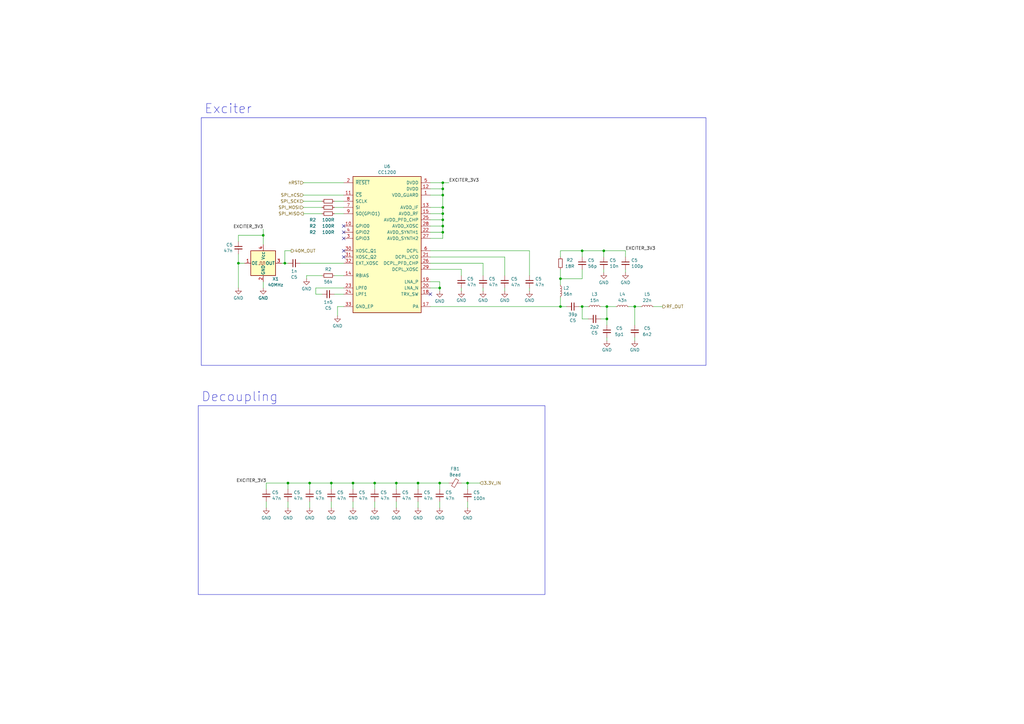
<source format=kicad_sch>
(kicad_sch (version 20230121) (generator eeschema)

  (uuid f932644a-2e68-4651-965f-ccba6ea24e13)

  (paper "A3")

  (title_block
    (title "M17 Remote Radio Unit - RF board")
    (date "10-10-2023")
    (rev "A")
    (company "M17 Project")
    (comment 1 "Wojciech Kaczmarski, SP5WWP")
  )

  (lib_symbols
    (symbol "Device:C_Small" (pin_numbers hide) (pin_names (offset 0.254) hide) (in_bom yes) (on_board yes)
      (property "Reference" "C" (at 0.254 1.778 0)
        (effects (font (size 1.27 1.27)) (justify left))
      )
      (property "Value" "C_Small" (at 0.254 -2.032 0)
        (effects (font (size 1.27 1.27)) (justify left))
      )
      (property "Footprint" "" (at 0 0 0)
        (effects (font (size 1.27 1.27)) hide)
      )
      (property "Datasheet" "~" (at 0 0 0)
        (effects (font (size 1.27 1.27)) hide)
      )
      (property "ki_keywords" "capacitor cap" (at 0 0 0)
        (effects (font (size 1.27 1.27)) hide)
      )
      (property "ki_description" "Unpolarized capacitor, small symbol" (at 0 0 0)
        (effects (font (size 1.27 1.27)) hide)
      )
      (property "ki_fp_filters" "C_*" (at 0 0 0)
        (effects (font (size 1.27 1.27)) hide)
      )
      (symbol "C_Small_0_1"
        (polyline
          (pts
            (xy -1.524 -0.508)
            (xy 1.524 -0.508)
          )
          (stroke (width 0.3302) (type default))
          (fill (type none))
        )
        (polyline
          (pts
            (xy -1.524 0.508)
            (xy 1.524 0.508)
          )
          (stroke (width 0.3048) (type default))
          (fill (type none))
        )
      )
      (symbol "C_Small_1_1"
        (pin passive line (at 0 2.54 270) (length 2.032)
          (name "~" (effects (font (size 1.27 1.27))))
          (number "1" (effects (font (size 1.27 1.27))))
        )
        (pin passive line (at 0 -2.54 90) (length 2.032)
          (name "~" (effects (font (size 1.27 1.27))))
          (number "2" (effects (font (size 1.27 1.27))))
        )
      )
    )
    (symbol "Device:FerriteBead_Small" (pin_numbers hide) (pin_names (offset 0)) (in_bom yes) (on_board yes)
      (property "Reference" "FB" (at 1.905 1.27 0)
        (effects (font (size 1.27 1.27)) (justify left))
      )
      (property "Value" "FerriteBead_Small" (at 1.905 -1.27 0)
        (effects (font (size 1.27 1.27)) (justify left))
      )
      (property "Footprint" "" (at -1.778 0 90)
        (effects (font (size 1.27 1.27)) hide)
      )
      (property "Datasheet" "~" (at 0 0 0)
        (effects (font (size 1.27 1.27)) hide)
      )
      (property "ki_keywords" "L ferrite bead inductor filter" (at 0 0 0)
        (effects (font (size 1.27 1.27)) hide)
      )
      (property "ki_description" "Ferrite bead, small symbol" (at 0 0 0)
        (effects (font (size 1.27 1.27)) hide)
      )
      (property "ki_fp_filters" "Inductor_* L_* *Ferrite*" (at 0 0 0)
        (effects (font (size 1.27 1.27)) hide)
      )
      (symbol "FerriteBead_Small_0_1"
        (polyline
          (pts
            (xy 0 -1.27)
            (xy 0 -0.7874)
          )
          (stroke (width 0) (type default))
          (fill (type none))
        )
        (polyline
          (pts
            (xy 0 0.889)
            (xy 0 1.2954)
          )
          (stroke (width 0) (type default))
          (fill (type none))
        )
        (polyline
          (pts
            (xy -1.8288 0.2794)
            (xy -1.1176 1.4986)
            (xy 1.8288 -0.2032)
            (xy 1.1176 -1.4224)
            (xy -1.8288 0.2794)
          )
          (stroke (width 0) (type default))
          (fill (type none))
        )
      )
      (symbol "FerriteBead_Small_1_1"
        (pin passive line (at 0 2.54 270) (length 1.27)
          (name "~" (effects (font (size 1.27 1.27))))
          (number "1" (effects (font (size 1.27 1.27))))
        )
        (pin passive line (at 0 -2.54 90) (length 1.27)
          (name "~" (effects (font (size 1.27 1.27))))
          (number "2" (effects (font (size 1.27 1.27))))
        )
      )
    )
    (symbol "Device:L_Small" (pin_numbers hide) (pin_names (offset 0.254) hide) (in_bom yes) (on_board yes)
      (property "Reference" "L" (at 0.762 1.016 0)
        (effects (font (size 1.27 1.27)) (justify left))
      )
      (property "Value" "L_Small" (at 0.762 -1.016 0)
        (effects (font (size 1.27 1.27)) (justify left))
      )
      (property "Footprint" "" (at 0 0 0)
        (effects (font (size 1.27 1.27)) hide)
      )
      (property "Datasheet" "~" (at 0 0 0)
        (effects (font (size 1.27 1.27)) hide)
      )
      (property "ki_keywords" "inductor choke coil reactor magnetic" (at 0 0 0)
        (effects (font (size 1.27 1.27)) hide)
      )
      (property "ki_description" "Inductor, small symbol" (at 0 0 0)
        (effects (font (size 1.27 1.27)) hide)
      )
      (property "ki_fp_filters" "Choke_* *Coil* Inductor_* L_*" (at 0 0 0)
        (effects (font (size 1.27 1.27)) hide)
      )
      (symbol "L_Small_0_1"
        (arc (start 0 -2.032) (mid 0.5058 -1.524) (end 0 -1.016)
          (stroke (width 0) (type default))
          (fill (type none))
        )
        (arc (start 0 -1.016) (mid 0.5058 -0.508) (end 0 0)
          (stroke (width 0) (type default))
          (fill (type none))
        )
        (arc (start 0 0) (mid 0.5058 0.508) (end 0 1.016)
          (stroke (width 0) (type default))
          (fill (type none))
        )
        (arc (start 0 1.016) (mid 0.5058 1.524) (end 0 2.032)
          (stroke (width 0) (type default))
          (fill (type none))
        )
      )
      (symbol "L_Small_1_1"
        (pin passive line (at 0 2.54 270) (length 0.508)
          (name "~" (effects (font (size 1.27 1.27))))
          (number "1" (effects (font (size 1.27 1.27))))
        )
        (pin passive line (at 0 -2.54 90) (length 0.508)
          (name "~" (effects (font (size 1.27 1.27))))
          (number "2" (effects (font (size 1.27 1.27))))
        )
      )
    )
    (symbol "Device:R_Small" (pin_numbers hide) (pin_names (offset 0.254) hide) (in_bom yes) (on_board yes)
      (property "Reference" "R" (at 0.762 0.508 0)
        (effects (font (size 1.27 1.27)) (justify left))
      )
      (property "Value" "R_Small" (at 0.762 -1.016 0)
        (effects (font (size 1.27 1.27)) (justify left))
      )
      (property "Footprint" "" (at 0 0 0)
        (effects (font (size 1.27 1.27)) hide)
      )
      (property "Datasheet" "~" (at 0 0 0)
        (effects (font (size 1.27 1.27)) hide)
      )
      (property "ki_keywords" "R resistor" (at 0 0 0)
        (effects (font (size 1.27 1.27)) hide)
      )
      (property "ki_description" "Resistor, small symbol" (at 0 0 0)
        (effects (font (size 1.27 1.27)) hide)
      )
      (property "ki_fp_filters" "R_*" (at 0 0 0)
        (effects (font (size 1.27 1.27)) hide)
      )
      (symbol "R_Small_0_1"
        (rectangle (start -0.762 1.778) (end 0.762 -1.778)
          (stroke (width 0.2032) (type default))
          (fill (type none))
        )
      )
      (symbol "R_Small_1_1"
        (pin passive line (at 0 2.54 270) (length 0.762)
          (name "~" (effects (font (size 1.27 1.27))))
          (number "1" (effects (font (size 1.27 1.27))))
        )
        (pin passive line (at 0 -2.54 90) (length 0.762)
          (name "~" (effects (font (size 1.27 1.27))))
          (number "2" (effects (font (size 1.27 1.27))))
        )
      )
    )
    (symbol "Oscillator:SG-210SDD" (pin_names (offset 0.254)) (in_bom yes) (on_board yes)
      (property "Reference" "X" (at -5.08 6.35 0)
        (effects (font (size 1.27 1.27)) (justify left))
      )
      (property "Value" "SG-210SDD" (at 1.27 -6.35 0)
        (effects (font (size 1.27 1.27)) (justify left))
      )
      (property "Footprint" "Oscillator:Oscillator_SMD_SeikoEpson_SG210-4Pin_2.5x2.0mm" (at 11.43 -8.89 0)
        (effects (font (size 1.27 1.27)) hide)
      )
      (property "Datasheet" "https://support.epson.biz/td/api/doc_check.php?mode=dl&lang=en&Parts=SG-210SED" (at -2.54 0 0)
        (effects (font (size 1.27 1.27)) hide)
      )
      (property "ki_keywords" "Crystal Clock Oscillator" (at 0 0 0)
        (effects (font (size 1.27 1.27)) hide)
      )
      (property "ki_description" "Crystal Oscillator Low Profile / High Stability SPXO" (at 0 0 0)
        (effects (font (size 1.27 1.27)) hide)
      )
      (property "ki_fp_filters" "Oscillator*SMD*SeikoEpson*SG210*2.5x2.0mm*" (at 0 0 0)
        (effects (font (size 1.27 1.27)) hide)
      )
      (symbol "SG-210SDD_0_1"
        (rectangle (start -5.08 5.08) (end 5.08 -5.08)
          (stroke (width 0.254) (type default))
          (fill (type background))
        )
        (polyline
          (pts
            (xy -1.905 -0.635)
            (xy -1.27 -0.635)
            (xy -1.27 0.635)
            (xy -0.635 0.635)
            (xy -0.635 -0.635)
            (xy 0 -0.635)
            (xy 0 0.635)
            (xy 0.635 0.635)
            (xy 0.635 -0.635)
          )
          (stroke (width 0) (type default))
          (fill (type none))
        )
      )
      (symbol "SG-210SDD_1_1"
        (pin input line (at -7.62 0 0) (length 2.54)
          (name "OE" (effects (font (size 1.27 1.27))))
          (number "1" (effects (font (size 1.27 1.27))))
        )
        (pin power_in line (at 0 -7.62 90) (length 2.54)
          (name "GND" (effects (font (size 1.27 1.27))))
          (number "2" (effects (font (size 1.27 1.27))))
        )
        (pin output line (at 7.62 0 180) (length 2.54)
          (name "OUT" (effects (font (size 1.27 1.27))))
          (number "3" (effects (font (size 1.27 1.27))))
        )
        (pin power_in line (at 0 7.62 270) (length 2.54)
          (name "Vcc" (effects (font (size 1.27 1.27))))
          (number "4" (effects (font (size 1.27 1.27))))
        )
      )
    )
    (symbol "RF:CC1200" (pin_names (offset 1.016)) (in_bom yes) (on_board yes)
      (property "Reference" "U" (at -12.7 29.21 0)
        (effects (font (size 1.27 1.27)))
      )
      (property "Value" "CC1200" (at -10.16 -29.21 0)
        (effects (font (size 1.27 1.27)))
      )
      (property "Footprint" "Package_DFN_QFN:QFN-32-1EP_5x5mm_P0.5mm_EP3.45x3.45mm" (at 15.24 29.21 0)
        (effects (font (size 1.27 1.27)) hide)
      )
      (property "Datasheet" "http://www.ti.com/lit/ds/symlink/cc1200.pdf" (at -12.7 29.21 0)
        (effects (font (size 1.27 1.27)) hide)
      )
      (property "ki_keywords" "RF Tx Rx" (at 0 0 0)
        (effects (font (size 1.27 1.27)) hide)
      )
      (property "ki_description" "Low-Power, High-Performance RF Transceiver, QFN-32" (at 0 0 0)
        (effects (font (size 1.27 1.27)) hide)
      )
      (property "ki_fp_filters" "QFN*5x5mm*P0.5mm*" (at 0 0 0)
        (effects (font (size 1.27 1.27)) hide)
      )
      (symbol "CC1200_0_1"
        (rectangle (start -13.97 27.94) (end 13.97 -27.94)
          (stroke (width 0.254) (type default))
          (fill (type background))
        )
      )
      (symbol "CC1200_1_1"
        (pin power_in line (at 17.78 20.32 180) (length 3.81)
          (name "VDD_GUARD" (effects (font (size 1.27 1.27))))
          (number "1" (effects (font (size 1.27 1.27))))
        )
        (pin bidirectional line (at -17.78 7.62 0) (length 3.81)
          (name "GPIO0" (effects (font (size 1.27 1.27))))
          (number "10" (effects (font (size 1.27 1.27))))
        )
        (pin input line (at -17.78 20.32 0) (length 3.81)
          (name "~{CS}" (effects (font (size 1.27 1.27))))
          (number "11" (effects (font (size 1.27 1.27))))
        )
        (pin power_in line (at 17.78 22.86 180) (length 3.81)
          (name "DVDD" (effects (font (size 1.27 1.27))))
          (number "12" (effects (font (size 1.27 1.27))))
        )
        (pin power_in line (at 17.78 15.24 180) (length 3.81)
          (name "AVDD_IF" (effects (font (size 1.27 1.27))))
          (number "13" (effects (font (size 1.27 1.27))))
        )
        (pin passive line (at -17.78 -12.7 0) (length 3.81)
          (name "RBIAS" (effects (font (size 1.27 1.27))))
          (number "14" (effects (font (size 1.27 1.27))))
        )
        (pin power_in line (at 17.78 12.7 180) (length 3.81)
          (name "AVDD_RF" (effects (font (size 1.27 1.27))))
          (number "15" (effects (font (size 1.27 1.27))))
        )
        (pin passive line (at 17.78 -25.4 180) (length 3.81)
          (name "PA" (effects (font (size 1.27 1.27))))
          (number "17" (effects (font (size 1.27 1.27))))
        )
        (pin passive line (at 17.78 -20.32 180) (length 3.81)
          (name "TRX_SW" (effects (font (size 1.27 1.27))))
          (number "18" (effects (font (size 1.27 1.27))))
        )
        (pin passive line (at 17.78 -15.24 180) (length 3.81)
          (name "LNA_P" (effects (font (size 1.27 1.27))))
          (number "19" (effects (font (size 1.27 1.27))))
        )
        (pin input line (at -17.78 25.4 0) (length 3.81)
          (name "~{RESET}" (effects (font (size 1.27 1.27))))
          (number "2" (effects (font (size 1.27 1.27))))
        )
        (pin passive line (at 17.78 -17.78 180) (length 3.81)
          (name "LNA_N" (effects (font (size 1.27 1.27))))
          (number "20" (effects (font (size 1.27 1.27))))
        )
        (pin power_out line (at 17.78 -5.08 180) (length 3.81)
          (name "DCPL_VCO" (effects (font (size 1.27 1.27))))
          (number "21" (effects (font (size 1.27 1.27))))
        )
        (pin power_in line (at 17.78 5.08 180) (length 3.81)
          (name "AVDD_SYNTH1" (effects (font (size 1.27 1.27))))
          (number "22" (effects (font (size 1.27 1.27))))
        )
        (pin passive line (at -17.78 -17.78 0) (length 3.81)
          (name "LPF0" (effects (font (size 1.27 1.27))))
          (number "23" (effects (font (size 1.27 1.27))))
        )
        (pin passive line (at -17.78 -20.32 0) (length 3.81)
          (name "LPF1" (effects (font (size 1.27 1.27))))
          (number "24" (effects (font (size 1.27 1.27))))
        )
        (pin power_in line (at 17.78 10.16 180) (length 3.81)
          (name "AVDD_PFD_CHP" (effects (font (size 1.27 1.27))))
          (number "25" (effects (font (size 1.27 1.27))))
        )
        (pin power_out line (at 17.78 -7.62 180) (length 3.81)
          (name "DCPL_PFD_CHP" (effects (font (size 1.27 1.27))))
          (number "26" (effects (font (size 1.27 1.27))))
        )
        (pin power_in line (at 17.78 2.54 180) (length 3.81)
          (name "AVDD_SYNTH2" (effects (font (size 1.27 1.27))))
          (number "27" (effects (font (size 1.27 1.27))))
        )
        (pin power_in line (at 17.78 7.62 180) (length 3.81)
          (name "AVDD_XOSC" (effects (font (size 1.27 1.27))))
          (number "28" (effects (font (size 1.27 1.27))))
        )
        (pin power_out line (at 17.78 -10.16 180) (length 3.81)
          (name "DCPL_XOSC" (effects (font (size 1.27 1.27))))
          (number "29" (effects (font (size 1.27 1.27))))
        )
        (pin bidirectional line (at -17.78 2.54 0) (length 3.81)
          (name "GPIO3" (effects (font (size 1.27 1.27))))
          (number "3" (effects (font (size 1.27 1.27))))
        )
        (pin passive line (at -17.78 -2.54 0) (length 3.81)
          (name "XOSC_Q1" (effects (font (size 1.27 1.27))))
          (number "30" (effects (font (size 1.27 1.27))))
        )
        (pin passive line (at -17.78 -5.08 0) (length 3.81)
          (name "XOSC_Q2" (effects (font (size 1.27 1.27))))
          (number "31" (effects (font (size 1.27 1.27))))
        )
        (pin input line (at -17.78 -7.62 0) (length 3.81)
          (name "EXT_XOSC" (effects (font (size 1.27 1.27))))
          (number "32" (effects (font (size 1.27 1.27))))
        )
        (pin power_in line (at -17.78 -25.4 0) (length 3.81)
          (name "GND_EP" (effects (font (size 1.27 1.27))))
          (number "33" (effects (font (size 1.27 1.27))))
        )
        (pin bidirectional line (at -17.78 5.08 0) (length 3.81)
          (name "GPIO2" (effects (font (size 1.27 1.27))))
          (number "4" (effects (font (size 1.27 1.27))))
        )
        (pin power_in line (at 17.78 25.4 180) (length 3.81)
          (name "DVDD" (effects (font (size 1.27 1.27))))
          (number "5" (effects (font (size 1.27 1.27))))
        )
        (pin power_out line (at 17.78 -2.54 180) (length 3.81)
          (name "DCPL" (effects (font (size 1.27 1.27))))
          (number "6" (effects (font (size 1.27 1.27))))
        )
        (pin input line (at -17.78 15.24 0) (length 3.81)
          (name "SI" (effects (font (size 1.27 1.27))))
          (number "7" (effects (font (size 1.27 1.27))))
        )
        (pin input line (at -17.78 17.78 0) (length 3.81)
          (name "SCLK" (effects (font (size 1.27 1.27))))
          (number "8" (effects (font (size 1.27 1.27))))
        )
        (pin bidirectional line (at -17.78 12.7 0) (length 3.81)
          (name "SO(GPIO1)" (effects (font (size 1.27 1.27))))
          (number "9" (effects (font (size 1.27 1.27))))
        )
      )
    )
    (symbol "power:GND" (power) (pin_names (offset 0)) (in_bom yes) (on_board yes)
      (property "Reference" "#PWR" (at 0 -6.35 0)
        (effects (font (size 1.27 1.27)) hide)
      )
      (property "Value" "GND" (at 0 -3.81 0)
        (effects (font (size 1.27 1.27)))
      )
      (property "Footprint" "" (at 0 0 0)
        (effects (font (size 1.27 1.27)) hide)
      )
      (property "Datasheet" "" (at 0 0 0)
        (effects (font (size 1.27 1.27)) hide)
      )
      (property "ki_keywords" "global power" (at 0 0 0)
        (effects (font (size 1.27 1.27)) hide)
      )
      (property "ki_description" "Power symbol creates a global label with name \"GND\" , ground" (at 0 0 0)
        (effects (font (size 1.27 1.27)) hide)
      )
      (symbol "GND_0_1"
        (polyline
          (pts
            (xy 0 0)
            (xy 0 -1.27)
            (xy 1.27 -1.27)
            (xy 0 -2.54)
            (xy -1.27 -1.27)
            (xy 0 -1.27)
          )
          (stroke (width 0) (type default))
          (fill (type none))
        )
      )
      (symbol "GND_1_1"
        (pin power_in line (at 0 0 270) (length 0) hide
          (name "GND" (effects (font (size 1.27 1.27))))
          (number "1" (effects (font (size 1.27 1.27))))
        )
      )
    )
  )

  (junction (at 181.61 80.01) (diameter 0) (color 0 0 0 0)
    (uuid 00797a31-0cd0-4919-a697-d48f3de3bca7)
  )
  (junction (at 229.87 125.73) (diameter 0) (color 0 0 0 0)
    (uuid 018ed7ff-671e-43cb-8588-f738f7dcd42c)
  )
  (junction (at 118.11 198.12) (diameter 0) (color 0 0 0 0)
    (uuid 186ccb20-3176-43a1-8b53-7b505c30ec7a)
  )
  (junction (at 181.61 77.47) (diameter 0) (color 0 0 0 0)
    (uuid 189dcf0b-b3ba-40aa-9e93-2e4d675b8233)
  )
  (junction (at 181.61 87.63) (diameter 0) (color 0 0 0 0)
    (uuid 1c86d553-163e-499d-9328-11f513417c9a)
  )
  (junction (at 248.92 130.81) (diameter 0) (color 0 0 0 0)
    (uuid 37314380-8571-4076-8042-e48d28aa46c2)
  )
  (junction (at 181.61 95.25) (diameter 0) (color 0 0 0 0)
    (uuid 47073045-eaaf-461c-8892-e03158719a64)
  )
  (junction (at 127 198.12) (diameter 0) (color 0 0 0 0)
    (uuid 48ea6d67-bcf2-4e13-b5df-068ceb8a90ea)
  )
  (junction (at 181.61 85.09) (diameter 0) (color 0 0 0 0)
    (uuid 4aa296cc-37c2-4af0-80a0-60e757cc6099)
  )
  (junction (at 97.79 107.95) (diameter 0) (color 0 0 0 0)
    (uuid 4e888384-3b33-41a6-a2f2-16bb96faac27)
  )
  (junction (at 180.34 198.12) (diameter 0) (color 0 0 0 0)
    (uuid 5f871aab-91d2-4ea8-8117-60b31ff71f91)
  )
  (junction (at 135.89 198.12) (diameter 0) (color 0 0 0 0)
    (uuid 77e76c31-ac5b-481a-8ac7-96a23790ec65)
  )
  (junction (at 171.45 198.12) (diameter 0) (color 0 0 0 0)
    (uuid 7d7e97d0-3f6f-4550-a079-a25a804df28d)
  )
  (junction (at 247.65 102.87) (diameter 0) (color 0 0 0 0)
    (uuid 8ac78841-d073-4c3c-95b0-6cd269518bad)
  )
  (junction (at 191.77 198.12) (diameter 0) (color 0 0 0 0)
    (uuid a062f7ab-2ee9-421d-ae5a-3a3752940d3d)
  )
  (junction (at 107.95 96.52) (diameter 0) (color 0 0 0 0)
    (uuid a87ddffb-5c36-4288-8fe1-142c603f5170)
  )
  (junction (at 260.35 125.73) (diameter 0) (color 0 0 0 0)
    (uuid aa752a5e-c334-4db1-bf53-82a186ba9efb)
  )
  (junction (at 144.78 198.12) (diameter 0) (color 0 0 0 0)
    (uuid b035ae12-735a-4be9-b363-60ce87edea89)
  )
  (junction (at 181.61 90.17) (diameter 0) (color 0 0 0 0)
    (uuid b65f85ba-6f8c-4c30-bc75-04fcb74990bc)
  )
  (junction (at 162.56 198.12) (diameter 0) (color 0 0 0 0)
    (uuid c84f03f6-88e0-4892-9619-b97d5feb650d)
  )
  (junction (at 229.87 114.3) (diameter 0) (color 0 0 0 0)
    (uuid cbe8f46e-6ee4-4ce5-8cff-fefe150fb6a6)
  )
  (junction (at 181.61 92.71) (diameter 0) (color 0 0 0 0)
    (uuid d0a88b0b-cfcb-4d6f-a1fd-56c3d63563f7)
  )
  (junction (at 153.67 198.12) (diameter 0) (color 0 0 0 0)
    (uuid ddaec54f-7743-4651-b457-8ca00469c8f5)
  )
  (junction (at 238.76 102.87) (diameter 0) (color 0 0 0 0)
    (uuid dfcd51d5-9590-46be-b31a-fefc822ec61c)
  )
  (junction (at 181.61 74.93) (diameter 0) (color 0 0 0 0)
    (uuid e0c39954-d347-4885-845f-632f5193520d)
  )
  (junction (at 116.84 107.95) (diameter 0) (color 0 0 0 0)
    (uuid f43b5406-de62-4ce6-b845-4e33b1e7eab1)
  )
  (junction (at 248.92 125.73) (diameter 0) (color 0 0 0 0)
    (uuid f7e9005a-3f7f-4aec-acf5-e9a9ae665b18)
  )
  (junction (at 180.34 118.11) (diameter 0) (color 0 0 0 0)
    (uuid f8df9b0f-8a56-4495-bbf5-9b2654d346c7)
  )
  (junction (at 238.76 125.73) (diameter 0) (color 0 0 0 0)
    (uuid face71fd-1f27-46b7-851e-444cd19a5436)
  )

  (no_connect (at 140.97 102.87) (uuid 5ae221d9-971d-4d4c-860b-2a76da284cfd))
  (no_connect (at 140.97 105.41) (uuid 788dd4ea-9c63-470a-b4e8-8a60569e7ba6))
  (no_connect (at 140.97 92.71) (uuid 83dd3a2e-4f2b-4b4c-b3cf-87bd3d3de475))
  (no_connect (at 140.97 95.25) (uuid a498173e-cf64-4382-b040-d338d935e7af))
  (no_connect (at 176.53 120.65) (uuid be3dff04-eb22-473b-8dde-a573dd7e1fcb))
  (no_connect (at 140.97 97.79) (uuid d54fb711-e08c-4421-8b14-4396b5a9acf6))

  (wire (pts (xy 257.81 125.73) (xy 260.35 125.73))
    (stroke (width 0) (type default))
    (uuid 027c168a-339b-4b6a-bfb8-54273570012d)
  )
  (wire (pts (xy 229.87 114.3) (xy 229.87 116.84))
    (stroke (width 0) (type default))
    (uuid 041ed813-25a7-4ac2-9fd0-59fbc8e791f0)
  )
  (wire (pts (xy 132.08 113.03) (xy 125.73 113.03))
    (stroke (width 0) (type default))
    (uuid 066e3e7b-fb9d-4692-bf0d-8ac7cfaaf3c5)
  )
  (wire (pts (xy 238.76 110.49) (xy 238.76 114.3))
    (stroke (width 0) (type default))
    (uuid 07eb9714-14dd-483a-9e89-55bc47c13706)
  )
  (wire (pts (xy 127 208.28) (xy 127 205.74))
    (stroke (width 0) (type default))
    (uuid 0936fb6f-40fd-4a44-93dc-29fbb1cf01ae)
  )
  (wire (pts (xy 237.49 125.73) (xy 238.76 125.73))
    (stroke (width 0) (type default))
    (uuid 0a6b6147-67ec-4f82-80cc-e35f670e61c5)
  )
  (wire (pts (xy 176.53 110.49) (xy 189.23 110.49))
    (stroke (width 0) (type default))
    (uuid 0f2b84f0-0fc2-4c05-9e38-8e4eba5426c7)
  )
  (wire (pts (xy 125.73 113.03) (xy 125.73 114.3))
    (stroke (width 0) (type default))
    (uuid 11236e8f-e61b-4c5e-a6d8-cc2033d60e8c)
  )
  (wire (pts (xy 176.53 90.17) (xy 181.61 90.17))
    (stroke (width 0) (type default))
    (uuid 11b95f34-38e4-4d14-b570-2bc291839489)
  )
  (wire (pts (xy 176.53 85.09) (xy 181.61 85.09))
    (stroke (width 0) (type default))
    (uuid 12528807-4d47-44e3-8a69-7c28fdf7b203)
  )
  (wire (pts (xy 181.61 90.17) (xy 181.61 87.63))
    (stroke (width 0) (type default))
    (uuid 15350327-08d2-4b0d-b3ec-eec9d4e3ef6e)
  )
  (wire (pts (xy 107.95 96.52) (xy 107.95 100.33))
    (stroke (width 0) (type default))
    (uuid 177a4a73-5764-4d12-b33f-0a6c553f805f)
  )
  (wire (pts (xy 171.45 198.12) (xy 180.34 198.12))
    (stroke (width 0) (type default))
    (uuid 179cc69d-584f-4940-a855-0f8b9eccbd8c)
  )
  (wire (pts (xy 176.53 92.71) (xy 181.61 92.71))
    (stroke (width 0) (type default))
    (uuid 1924b45c-0803-4ae3-8c7c-68b9c0979960)
  )
  (wire (pts (xy 229.87 102.87) (xy 238.76 102.87))
    (stroke (width 0) (type default))
    (uuid 19561c65-73d4-41db-b908-02cedd200351)
  )
  (wire (pts (xy 246.38 125.73) (xy 248.92 125.73))
    (stroke (width 0) (type default))
    (uuid 1b823a63-5a77-4f08-a976-6e7a629ccc46)
  )
  (wire (pts (xy 107.95 115.57) (xy 107.95 118.11))
    (stroke (width 0) (type default))
    (uuid 1ba88ac7-28d3-4904-9d4a-84add13a4820)
  )
  (wire (pts (xy 129.54 120.65) (xy 132.08 120.65))
    (stroke (width 0) (type default))
    (uuid 1d033b80-8b27-4c31-9b94-8a2ccf7d34ea)
  )
  (wire (pts (xy 184.15 198.12) (xy 180.34 198.12))
    (stroke (width 0) (type default))
    (uuid 1d96733b-54ae-47bf-95e0-45783a2b143a)
  )
  (wire (pts (xy 238.76 125.73) (xy 241.3 125.73))
    (stroke (width 0) (type default))
    (uuid 1f713655-fc20-4f82-9142-7ee6c54f1494)
  )
  (wire (pts (xy 124.46 80.01) (xy 140.97 80.01))
    (stroke (width 0) (type default))
    (uuid 229a8540-c10b-457e-b8d5-8cf04914d06a)
  )
  (wire (pts (xy 229.87 102.87) (xy 229.87 105.41))
    (stroke (width 0) (type default))
    (uuid 25b55544-3973-4769-94e5-c1e2487dbd4c)
  )
  (wire (pts (xy 124.46 82.55) (xy 132.08 82.55))
    (stroke (width 0) (type default))
    (uuid 25fbc862-86fe-48f6-9194-f3d9215f6e26)
  )
  (wire (pts (xy 116.84 102.87) (xy 116.84 107.95))
    (stroke (width 0) (type default))
    (uuid 266c3aeb-d2af-4c4a-91bb-b9104e0838f0)
  )
  (wire (pts (xy 256.54 102.87) (xy 256.54 105.41))
    (stroke (width 0) (type default))
    (uuid 27069a45-3957-46c2-91d7-baaaaa4cea7a)
  )
  (wire (pts (xy 144.78 198.12) (xy 135.89 198.12))
    (stroke (width 0) (type default))
    (uuid 29ca50a0-2e86-4412-a9a0-ffa89b4f3ccc)
  )
  (wire (pts (xy 181.61 92.71) (xy 181.61 90.17))
    (stroke (width 0) (type default))
    (uuid 2a888e4d-2310-4872-a258-0ac10702fe56)
  )
  (wire (pts (xy 119.38 102.87) (xy 116.84 102.87))
    (stroke (width 0) (type default))
    (uuid 2aa86e4b-610e-4ca4-838e-155803aa534c)
  )
  (wire (pts (xy 247.65 111.76) (xy 247.65 110.49))
    (stroke (width 0) (type default))
    (uuid 2bc2ccf0-6a6a-484c-8467-14fbf49a9071)
  )
  (wire (pts (xy 138.43 125.73) (xy 138.43 129.54))
    (stroke (width 0) (type default))
    (uuid 2f237a63-a070-422c-ae8b-f670eb395cd9)
  )
  (wire (pts (xy 144.78 208.28) (xy 144.78 205.74))
    (stroke (width 0) (type default))
    (uuid 2fa2209c-640b-4d7a-a4f4-b9c07995f735)
  )
  (wire (pts (xy 247.65 102.87) (xy 247.65 105.41))
    (stroke (width 0) (type default))
    (uuid 30e2a96b-9014-4557-b8d2-0df7b3660757)
  )
  (wire (pts (xy 198.12 107.95) (xy 198.12 113.03))
    (stroke (width 0) (type default))
    (uuid 33ba1a4f-bfcc-46a3-89d7-14c8e48bd0d1)
  )
  (wire (pts (xy 241.3 130.81) (xy 238.76 130.81))
    (stroke (width 0) (type default))
    (uuid 3626c28e-13ab-4caf-83e5-08eee1bc013e)
  )
  (wire (pts (xy 153.67 208.28) (xy 153.67 205.74))
    (stroke (width 0) (type default))
    (uuid 38738b8e-d1df-4870-8dab-9f2b561f0d72)
  )
  (wire (pts (xy 97.79 107.95) (xy 97.79 118.11))
    (stroke (width 0) (type default))
    (uuid 38855da4-8bb7-4885-88dc-e819367fdeeb)
  )
  (wire (pts (xy 181.61 74.93) (xy 184.15 74.93))
    (stroke (width 0) (type default))
    (uuid 3964b082-5546-492d-abf1-10eaf64c842a)
  )
  (wire (pts (xy 137.16 120.65) (xy 140.97 120.65))
    (stroke (width 0) (type default))
    (uuid 3fa6e66f-0194-48dc-b2bd-cd0b3d21ebfb)
  )
  (wire (pts (xy 176.53 107.95) (xy 198.12 107.95))
    (stroke (width 0) (type default))
    (uuid 40cd73bb-e600-404b-8a46-3b061d289ebc)
  )
  (wire (pts (xy 137.16 85.09) (xy 140.97 85.09))
    (stroke (width 0) (type default))
    (uuid 41ac8e59-85f0-4832-9a0a-5e02970ebd73)
  )
  (wire (pts (xy 191.77 198.12) (xy 191.77 200.66))
    (stroke (width 0) (type default))
    (uuid 47bf9d95-7433-40a6-a4ba-5368d159cee6)
  )
  (wire (pts (xy 176.53 95.25) (xy 181.61 95.25))
    (stroke (width 0) (type default))
    (uuid 4cbe885b-7685-4559-a7ab-e1fac61dde1f)
  )
  (wire (pts (xy 180.34 118.11) (xy 180.34 119.38))
    (stroke (width 0) (type default))
    (uuid 4d5ea0e6-b528-4931-b4bb-7c7c600545ff)
  )
  (wire (pts (xy 217.17 119.38) (xy 217.17 118.11))
    (stroke (width 0) (type default))
    (uuid 4e7d56ef-6555-48ac-ac6b-bce4f4c0d80c)
  )
  (wire (pts (xy 176.53 125.73) (xy 229.87 125.73))
    (stroke (width 0) (type default))
    (uuid 4e8efa2e-b4c3-4a7f-acac-f155678599d7)
  )
  (wire (pts (xy 181.61 85.09) (xy 181.61 80.01))
    (stroke (width 0) (type default))
    (uuid 515fd666-ed1c-443d-9ee8-81baa98f27ec)
  )
  (wire (pts (xy 180.34 208.28) (xy 180.34 205.74))
    (stroke (width 0) (type default))
    (uuid 528d1925-5935-4f88-8714-7fa14efeba94)
  )
  (wire (pts (xy 97.79 104.14) (xy 97.79 107.95))
    (stroke (width 0) (type default))
    (uuid 5409d05a-f0c8-43e1-91ed-84a80932ea76)
  )
  (wire (pts (xy 260.35 125.73) (xy 260.35 133.35))
    (stroke (width 0) (type default))
    (uuid 560802a3-f337-47cb-845f-9a1ecad3db01)
  )
  (wire (pts (xy 176.53 80.01) (xy 181.61 80.01))
    (stroke (width 0) (type default))
    (uuid 59b92d43-77e9-4a17-8d55-c051a61a210d)
  )
  (wire (pts (xy 129.54 118.11) (xy 140.97 118.11))
    (stroke (width 0) (type default))
    (uuid 5c23739b-3cb8-4fd1-a0ed-461d12fe27bd)
  )
  (wire (pts (xy 256.54 111.76) (xy 256.54 110.49))
    (stroke (width 0) (type default))
    (uuid 5ea0abba-4a60-406c-9cc7-de3c3089ac1a)
  )
  (wire (pts (xy 137.16 113.03) (xy 140.97 113.03))
    (stroke (width 0) (type default))
    (uuid 5fe5c396-eef6-4717-8a17-0a465b5dd5e0)
  )
  (wire (pts (xy 189.23 110.49) (xy 189.23 113.03))
    (stroke (width 0) (type default))
    (uuid 6082f7fd-28de-4e43-8947-1236c9c90c35)
  )
  (wire (pts (xy 153.67 198.12) (xy 153.67 200.66))
    (stroke (width 0) (type default))
    (uuid 611cf9c5-5e42-4b7b-859c-cd070b69094b)
  )
  (wire (pts (xy 191.77 198.12) (xy 196.85 198.12))
    (stroke (width 0) (type default))
    (uuid 62ef29c4-4d8b-4caf-b117-912e770513a8)
  )
  (wire (pts (xy 198.12 119.38) (xy 198.12 118.11))
    (stroke (width 0) (type default))
    (uuid 654257f9-e889-4214-b6c6-cb8ce0b2d41c)
  )
  (wire (pts (xy 176.53 118.11) (xy 180.34 118.11))
    (stroke (width 0) (type default))
    (uuid 67c4e364-38cd-4b7a-b4f0-530c5ae96962)
  )
  (wire (pts (xy 97.79 96.52) (xy 107.95 96.52))
    (stroke (width 0) (type default))
    (uuid 6860ad21-4f09-440c-ba0a-bbeb7b7527ad)
  )
  (wire (pts (xy 124.46 74.93) (xy 140.97 74.93))
    (stroke (width 0) (type default))
    (uuid 68b4592b-15be-46bc-88aa-42df1561822e)
  )
  (wire (pts (xy 191.77 205.74) (xy 191.77 208.28))
    (stroke (width 0) (type default))
    (uuid 6b025c53-6ae6-4af8-be4f-65a7193701e5)
  )
  (wire (pts (xy 229.87 114.3) (xy 238.76 114.3))
    (stroke (width 0) (type default))
    (uuid 6d16886e-290a-42ee-9a13-e525a5b2d6ae)
  )
  (wire (pts (xy 247.65 102.87) (xy 256.54 102.87))
    (stroke (width 0) (type default))
    (uuid 6e3d930b-dd9f-4ccc-8bae-aab9804fa7b4)
  )
  (wire (pts (xy 260.35 138.43) (xy 260.35 139.7))
    (stroke (width 0) (type default))
    (uuid 6ff528df-caa4-40fe-b7a6-769e9bc0faa4)
  )
  (wire (pts (xy 248.92 125.73) (xy 248.92 130.81))
    (stroke (width 0) (type default))
    (uuid 700dee2e-a75b-4404-9f7a-f80ae940c5d1)
  )
  (wire (pts (xy 127 198.12) (xy 118.11 198.12))
    (stroke (width 0) (type default))
    (uuid 716c984c-b14c-4ef6-abd8-c5961fd82305)
  )
  (wire (pts (xy 162.56 198.12) (xy 153.67 198.12))
    (stroke (width 0) (type default))
    (uuid 73c06ef4-3dbd-47a0-9c39-9d082e4b649f)
  )
  (wire (pts (xy 137.16 82.55) (xy 140.97 82.55))
    (stroke (width 0) (type default))
    (uuid 73fece52-9ce2-4dbd-a29b-3beb9dde15d6)
  )
  (wire (pts (xy 127 198.12) (xy 127 200.66))
    (stroke (width 0) (type default))
    (uuid 7407b5ef-3a82-4754-aee0-ede9375e438c)
  )
  (wire (pts (xy 123.19 107.95) (xy 140.97 107.95))
    (stroke (width 0) (type default))
    (uuid 7659bcca-7ae6-4187-8346-edc88fad7012)
  )
  (wire (pts (xy 118.11 208.28) (xy 118.11 205.74))
    (stroke (width 0) (type default))
    (uuid 77b5d369-ea97-4c49-834c-3f25bda61354)
  )
  (wire (pts (xy 217.17 102.87) (xy 217.17 113.03))
    (stroke (width 0) (type default))
    (uuid 783b9d02-ab53-47cd-af34-bd526428bcc6)
  )
  (wire (pts (xy 176.53 74.93) (xy 181.61 74.93))
    (stroke (width 0) (type default))
    (uuid 78f17c3f-6e43-460e-81cc-6b93b2d5e874)
  )
  (wire (pts (xy 176.53 115.57) (xy 180.34 115.57))
    (stroke (width 0) (type default))
    (uuid 82ea1ef4-b789-4d5b-826a-fcffd772103d)
  )
  (wire (pts (xy 176.53 102.87) (xy 217.17 102.87))
    (stroke (width 0) (type default))
    (uuid 84eb884e-3f4f-4945-9c0a-9627630ee545)
  )
  (wire (pts (xy 176.53 87.63) (xy 181.61 87.63))
    (stroke (width 0) (type default))
    (uuid 853ff645-6f2d-443d-84b5-cd49d616c1b6)
  )
  (wire (pts (xy 180.34 115.57) (xy 180.34 118.11))
    (stroke (width 0) (type default))
    (uuid 856a7337-b4dc-42e5-a016-97d208983bb2)
  )
  (wire (pts (xy 109.22 208.28) (xy 109.22 205.74))
    (stroke (width 0) (type default))
    (uuid 8ec4936c-611e-4db4-a91b-028bc8e7d211)
  )
  (wire (pts (xy 207.01 119.38) (xy 207.01 118.11))
    (stroke (width 0) (type default))
    (uuid 8fb28b44-14c9-4e2d-92f1-955e5ce148be)
  )
  (wire (pts (xy 140.97 125.73) (xy 138.43 125.73))
    (stroke (width 0) (type default))
    (uuid 911e6eca-fb4b-4b18-a155-daead39b07f6)
  )
  (wire (pts (xy 118.11 198.12) (xy 118.11 200.66))
    (stroke (width 0) (type default))
    (uuid 96eb8ce8-24fc-487a-abfe-ff96b8b8caf4)
  )
  (wire (pts (xy 176.53 105.41) (xy 207.01 105.41))
    (stroke (width 0) (type default))
    (uuid 9a1da0d5-be05-4c58-bd9b-2d76af58c895)
  )
  (wire (pts (xy 176.53 77.47) (xy 181.61 77.47))
    (stroke (width 0) (type default))
    (uuid 9c5dcece-2b05-4778-9e4f-a029965f1e50)
  )
  (wire (pts (xy 267.97 125.73) (xy 271.78 125.73))
    (stroke (width 0) (type default))
    (uuid 9d770873-dfc4-4166-b51e-8f7a85b9f753)
  )
  (wire (pts (xy 181.61 87.63) (xy 181.61 85.09))
    (stroke (width 0) (type default))
    (uuid 9dd02845-ad70-4e58-93c1-08622ab86d61)
  )
  (wire (pts (xy 118.11 198.12) (xy 109.22 198.12))
    (stroke (width 0) (type default))
    (uuid 9de9c667-14dd-4ad3-99f4-38782c03cf0a)
  )
  (wire (pts (xy 153.67 198.12) (xy 144.78 198.12))
    (stroke (width 0) (type default))
    (uuid 9efc2bd1-d8e7-4d61-8e6c-e152b5ee2faa)
  )
  (wire (pts (xy 97.79 107.95) (xy 100.33 107.95))
    (stroke (width 0) (type default))
    (uuid 9f76f16b-5295-436f-99f1-8fb082f42766)
  )
  (wire (pts (xy 135.89 198.12) (xy 135.89 200.66))
    (stroke (width 0) (type default))
    (uuid a4e66db1-3dc2-4e09-9620-34ea8982d0f9)
  )
  (wire (pts (xy 181.61 77.47) (xy 181.61 80.01))
    (stroke (width 0) (type default))
    (uuid a936201d-aea7-4c92-b768-8ff022d7fa76)
  )
  (wire (pts (xy 181.61 97.79) (xy 181.61 95.25))
    (stroke (width 0) (type default))
    (uuid aa95fd60-2b7b-42ea-b44d-150d1f0e0963)
  )
  (wire (pts (xy 135.89 198.12) (xy 127 198.12))
    (stroke (width 0) (type default))
    (uuid aafffe33-bf43-429e-9130-a2c7cf2c193d)
  )
  (wire (pts (xy 137.16 87.63) (xy 140.97 87.63))
    (stroke (width 0) (type default))
    (uuid acb7b266-574a-402d-a088-eebeb447e78c)
  )
  (wire (pts (xy 97.79 99.06) (xy 97.79 96.52))
    (stroke (width 0) (type default))
    (uuid b5124953-c50e-4b7e-abf8-a30b57622fcc)
  )
  (wire (pts (xy 129.54 120.65) (xy 129.54 118.11))
    (stroke (width 0) (type default))
    (uuid b9885d40-6e8f-42e1-aa0a-00cb81afb438)
  )
  (wire (pts (xy 229.87 121.92) (xy 229.87 125.73))
    (stroke (width 0) (type default))
    (uuid b9f90f8b-c952-4cf4-85ab-5a04ff8de6a7)
  )
  (wire (pts (xy 207.01 105.41) (xy 207.01 113.03))
    (stroke (width 0) (type default))
    (uuid baeb511f-ae7c-4614-ac8f-8379e8d465ad)
  )
  (wire (pts (xy 248.92 130.81) (xy 248.92 133.35))
    (stroke (width 0) (type default))
    (uuid bbaef585-1017-40ca-b250-691365e70b4a)
  )
  (wire (pts (xy 162.56 198.12) (xy 162.56 200.66))
    (stroke (width 0) (type default))
    (uuid bc9cde23-1551-4d95-adb2-d3b0cc6011ed)
  )
  (wire (pts (xy 162.56 208.28) (xy 162.56 205.74))
    (stroke (width 0) (type default))
    (uuid bdb4ab34-4b3c-4232-af4c-017a77099f55)
  )
  (wire (pts (xy 238.76 102.87) (xy 238.76 105.41))
    (stroke (width 0) (type default))
    (uuid bed99cb1-0720-4018-bb5f-57b8874f8373)
  )
  (wire (pts (xy 116.84 107.95) (xy 118.11 107.95))
    (stroke (width 0) (type default))
    (uuid bf46013a-7f3b-4412-a8a4-2b62fb913239)
  )
  (wire (pts (xy 229.87 110.49) (xy 229.87 114.3))
    (stroke (width 0) (type default))
    (uuid c1d79193-2cd1-4ce9-b943-1b8de0dd39ea)
  )
  (wire (pts (xy 189.23 198.12) (xy 191.77 198.12))
    (stroke (width 0) (type default))
    (uuid c2d9414d-f54f-433b-8575-1202c4a96f5f)
  )
  (wire (pts (xy 171.45 198.12) (xy 162.56 198.12))
    (stroke (width 0) (type default))
    (uuid c7440cb0-f91c-490c-b982-044c1d1a6aec)
  )
  (wire (pts (xy 135.89 208.28) (xy 135.89 205.74))
    (stroke (width 0) (type default))
    (uuid cde9d384-371b-4040-88bf-65a64f85fc14)
  )
  (wire (pts (xy 248.92 130.81) (xy 246.38 130.81))
    (stroke (width 0) (type default))
    (uuid d16dda1d-55e6-4db7-bf6f-3ffb058bb93f)
  )
  (wire (pts (xy 180.34 198.12) (xy 180.34 200.66))
    (stroke (width 0) (type default))
    (uuid d1b64797-2d98-44d9-a971-11281beee93d)
  )
  (wire (pts (xy 238.76 102.87) (xy 247.65 102.87))
    (stroke (width 0) (type default))
    (uuid d204579f-2424-482c-82e8-3c0f2cc852bd)
  )
  (wire (pts (xy 144.78 198.12) (xy 144.78 200.66))
    (stroke (width 0) (type default))
    (uuid d5c6a1aa-0b41-4547-9dbc-e760539e47b1)
  )
  (wire (pts (xy 171.45 200.66) (xy 171.45 198.12))
    (stroke (width 0) (type default))
    (uuid e47e76b4-c0ba-45b9-831c-b1a1b81afa7d)
  )
  (wire (pts (xy 181.61 74.93) (xy 181.61 77.47))
    (stroke (width 0) (type default))
    (uuid e66bb852-172d-44ed-8734-9818ed56a847)
  )
  (wire (pts (xy 176.53 97.79) (xy 181.61 97.79))
    (stroke (width 0) (type default))
    (uuid e8262cc6-4aa0-4741-8bd9-eaf7f9b56949)
  )
  (wire (pts (xy 248.92 125.73) (xy 252.73 125.73))
    (stroke (width 0) (type default))
    (uuid ed997e48-6000-425d-8571-171a2a5ae67c)
  )
  (wire (pts (xy 181.61 95.25) (xy 181.61 92.71))
    (stroke (width 0) (type default))
    (uuid eec880ff-741b-499f-b272-74022af9bea3)
  )
  (wire (pts (xy 115.57 107.95) (xy 116.84 107.95))
    (stroke (width 0) (type default))
    (uuid eff8b929-383f-4bed-8af7-fe4bb87f5b78)
  )
  (wire (pts (xy 248.92 138.43) (xy 248.92 139.7))
    (stroke (width 0) (type default))
    (uuid f1043698-e733-4f7c-b076-3b496e3fa9a9)
  )
  (wire (pts (xy 229.87 125.73) (xy 232.41 125.73))
    (stroke (width 0) (type default))
    (uuid f166cee0-5472-47cb-b6ae-053ad5f38179)
  )
  (wire (pts (xy 124.46 87.63) (xy 132.08 87.63))
    (stroke (width 0) (type default))
    (uuid f2788dee-13a5-4a9b-ab1a-dd87c7abf921)
  )
  (wire (pts (xy 124.46 85.09) (xy 132.08 85.09))
    (stroke (width 0) (type default))
    (uuid f537561c-f340-4508-b3e2-e6043769595f)
  )
  (wire (pts (xy 107.95 93.98) (xy 107.95 96.52))
    (stroke (width 0) (type default))
    (uuid f7270c41-4a82-4b61-94a0-62d58620319e)
  )
  (wire (pts (xy 171.45 208.28) (xy 171.45 205.74))
    (stroke (width 0) (type default))
    (uuid f7a2a8c2-847e-401a-90d2-55027afa4709)
  )
  (wire (pts (xy 238.76 130.81) (xy 238.76 125.73))
    (stroke (width 0) (type default))
    (uuid f951ba9e-b1dc-4de9-86b3-eea47749407c)
  )
  (wire (pts (xy 189.23 119.38) (xy 189.23 118.11))
    (stroke (width 0) (type default))
    (uuid fa70bdec-e2d5-4194-873f-4f56620c07b3)
  )
  (wire (pts (xy 109.22 198.12) (xy 109.22 200.66))
    (stroke (width 0) (type default))
    (uuid fae38846-dafb-40ae-8b86-d25a959ca80f)
  )
  (wire (pts (xy 260.35 125.73) (xy 262.89 125.73))
    (stroke (width 0) (type default))
    (uuid fc1e664a-3a82-473f-8a81-9a413698341b)
  )

  (rectangle (start 82.55 48.26) (end 289.56 149.86)
    (stroke (width 0) (type default))
    (fill (type none))
    (uuid 1a8738a6-443e-4bbc-95db-7e2b9d1044be)
  )
  (rectangle (start 81.28 166.37) (end 223.52 243.84)
    (stroke (width 0) (type default))
    (fill (type none))
    (uuid bb567e86-608c-4032-929c-9afb9e557cae)
  )

  (text "Decoupling" (at 82.55 165.1 0)
    (effects (font (size 3.81 3.81)) (justify left bottom))
    (uuid 66e57d07-7505-4bcc-ba14-0eaaff3000bd)
  )
  (text "Exciter" (at 83.82 46.99 0)
    (effects (font (size 3.81 3.81)) (justify left bottom))
    (uuid 67373bc2-1538-4747-8b3c-0463138b54d7)
  )

  (label "EXCITER_3V3" (at 184.15 74.93 0) (fields_autoplaced)
    (effects (font (size 1.27 1.27)) (justify left bottom))
    (uuid 52059adf-3336-4fdb-abf4-bcea85115995)
  )
  (label "EXCITER_3V3" (at 256.54 102.87 0) (fields_autoplaced)
    (effects (font (size 1.27 1.27)) (justify left bottom))
    (uuid 80808867-5371-42ab-bda7-ce7dfd476776)
  )
  (label "EXCITER_3V3" (at 107.95 93.98 180) (fields_autoplaced)
    (effects (font (size 1.27 1.27)) (justify right bottom))
    (uuid 8dbb8cc3-49b5-4192-9749-eae680c21991)
  )
  (label "EXCITER_3V3" (at 109.22 198.12 180) (fields_autoplaced)
    (effects (font (size 1.27 1.27)) (justify right bottom))
    (uuid db94fb53-70d9-4cd4-9b02-d07398b68608)
  )

  (hierarchical_label "RF_OUT" (shape output) (at 271.78 125.73 0) (fields_autoplaced)
    (effects (font (size 1.27 1.27)) (justify left))
    (uuid 2d446537-293d-476a-a23e-1cdb62f442d5)
  )
  (hierarchical_label "SPI_nCS" (shape input) (at 124.46 80.01 180) (fields_autoplaced)
    (effects (font (size 1.27 1.27)) (justify right))
    (uuid 2f26f78b-b7bc-4435-bc03-2d5083933082)
  )
  (hierarchical_label "SPI_MOSI" (shape input) (at 124.46 85.09 180) (fields_autoplaced)
    (effects (font (size 1.27 1.27)) (justify right))
    (uuid 8f9b1acc-1de6-4ec6-a132-e8288bc51d4d)
  )
  (hierarchical_label "SPI_MISO" (shape output) (at 124.46 87.63 180) (fields_autoplaced)
    (effects (font (size 1.27 1.27)) (justify right))
    (uuid a00958e7-f90e-4af8-adbb-49b5bc43e90f)
  )
  (hierarchical_label "SPI_SCK" (shape input) (at 124.46 82.55 180) (fields_autoplaced)
    (effects (font (size 1.27 1.27)) (justify right))
    (uuid a0ed6fea-8fba-43e3-afbe-c3c8ead373b3)
  )
  (hierarchical_label "3.3V_IN" (shape input) (at 196.85 198.12 0) (fields_autoplaced)
    (effects (font (size 1.27 1.27)) (justify left))
    (uuid a6a9e419-665e-45d6-81b2-d3c7159e3b7d)
  )
  (hierarchical_label "nRST" (shape input) (at 124.46 74.93 180) (fields_autoplaced)
    (effects (font (size 1.27 1.27)) (justify right))
    (uuid c49f1588-326b-46de-96f7-cfd2f0271ed1)
  )
  (hierarchical_label "40M_OUT" (shape output) (at 119.38 102.87 0) (fields_autoplaced)
    (effects (font (size 1.27 1.27)) (justify left))
    (uuid ee8a6ec9-d4dc-48dd-bec0-65bdfb67ec44)
  )

  (symbol (lib_id "power:GND") (at 107.95 118.11 0) (unit 1)
    (in_bom yes) (on_board yes) (dnp no) (fields_autoplaced)
    (uuid 04a69d34-05fa-46d8-b843-1d26e74ac105)
    (property "Reference" "#PWR025" (at 107.95 124.46 0)
      (effects (font (size 1.27 1.27)) hide)
    )
    (property "Value" "GND" (at 107.95 122.2431 0)
      (effects (font (size 1.27 1.27)))
    )
    (property "Footprint" "" (at 107.95 118.11 0)
      (effects (font (size 1.27 1.27)) hide)
    )
    (property "Datasheet" "" (at 107.95 118.11 0)
      (effects (font (size 1.27 1.27)) hide)
    )
    (pin "1" (uuid 17d39b60-3327-49c9-9f1b-e83f09990371))
    (instances
      (project "m17-rru-rf"
        (path "/4c42207c-9e6b-42da-ad38-da126b892014/8d8271f4-10c0-40f4-bdf8-e0e4dac71cc9"
          (reference "#PWR025") (unit 1)
        )
      )
    )
  )

  (symbol (lib_id "Device:C_Small") (at 217.17 115.57 0) (unit 1)
    (in_bom yes) (on_board yes) (dnp no) (fields_autoplaced)
    (uuid 0d2cc3c9-6047-43b3-8e4d-99d598851705)
    (property "Reference" "C5" (at 219.4941 114.3642 0)
      (effects (font (size 1.27 1.27)) (justify left))
    )
    (property "Value" "47n" (at 219.4941 116.7884 0)
      (effects (font (size 1.27 1.27)) (justify left))
    )
    (property "Footprint" "Capacitor_SMD:C_0603_1608Metric" (at 217.17 115.57 0)
      (effects (font (size 1.27 1.27)) hide)
    )
    (property "Datasheet" "~" (at 217.17 115.57 0)
      (effects (font (size 1.27 1.27)) hide)
    )
    (property "PN" "C0603C473K5RACTU" (at 217.17 115.57 0)
      (effects (font (size 1.27 1.27)) hide)
    )
    (pin "1" (uuid efad479b-e20e-4c6a-ae8d-14139b9362b2))
    (pin "2" (uuid b2678e54-0807-4dc2-aeb8-61e544e83e9b))
    (instances
      (project "m17-rru-rf"
        (path "/4c42207c-9e6b-42da-ad38-da126b892014/ccc39fee-262d-4ac9-a9a6-59e024db6eed"
          (reference "C5") (unit 1)
        )
        (path "/4c42207c-9e6b-42da-ad38-da126b892014/7ebe248e-d508-4395-8ad3-4ea02a49e591"
          (reference "C4") (unit 1)
        )
        (path "/4c42207c-9e6b-42da-ad38-da126b892014/8d8271f4-10c0-40f4-bdf8-e0e4dac71cc9"
          (reference "C32") (unit 1)
        )
      )
    )
  )

  (symbol (lib_id "Device:R_Small") (at 134.62 87.63 270) (unit 1)
    (in_bom yes) (on_board yes) (dnp no)
    (uuid 0db0dea9-0484-4428-b4ea-3c2016d8f802)
    (property "Reference" "R2" (at 128.27 95.25 90)
      (effects (font (size 1.27 1.27)))
    )
    (property "Value" "100R" (at 134.62 95.25 90)
      (effects (font (size 1.27 1.27)))
    )
    (property "Footprint" "Resistor_SMD:R_0603_1608Metric" (at 134.62 87.63 0)
      (effects (font (size 1.27 1.27)) hide)
    )
    (property "Datasheet" "~" (at 134.62 87.63 0)
      (effects (font (size 1.27 1.27)) hide)
    )
    (property "PN" "" (at 134.62 87.63 0)
      (effects (font (size 1.27 1.27)) hide)
    )
    (pin "1" (uuid 117d369d-e0a9-4f9f-9795-47eb53bb7bc7))
    (pin "2" (uuid b6ce5257-88bf-48fb-b932-f9387d967372))
    (instances
      (project "m17-rru-rf"
        (path "/4c42207c-9e6b-42da-ad38-da126b892014/ccc39fee-262d-4ac9-a9a6-59e024db6eed"
          (reference "R2") (unit 1)
        )
        (path "/4c42207c-9e6b-42da-ad38-da126b892014/7ebe248e-d508-4395-8ad3-4ea02a49e591"
          (reference "R7") (unit 1)
        )
        (path "/4c42207c-9e6b-42da-ad38-da126b892014/8d8271f4-10c0-40f4-bdf8-e0e4dac71cc9"
          (reference "R26") (unit 1)
        )
      )
    )
  )

  (symbol (lib_id "Device:L_Small") (at 265.43 125.73 270) (mirror x) (unit 1)
    (in_bom yes) (on_board yes) (dnp no)
    (uuid 0e26ead5-4eaf-46a9-a761-aef897363861)
    (property "Reference" "L5" (at 265.43 120.65 90)
      (effects (font (size 1.27 1.27)))
    )
    (property "Value" "22n" (at 265.43 123.19 90)
      (effects (font (size 1.27 1.27)))
    )
    (property "Footprint" "Inductor_SMD:L_0603_1608Metric" (at 265.43 125.73 0)
      (effects (font (size 1.27 1.27)) hide)
    )
    (property "Datasheet" "~" (at 265.43 125.73 0)
      (effects (font (size 1.27 1.27)) hide)
    )
    (pin "1" (uuid 68783fc8-c201-4351-9dc9-a758314fda17))
    (pin "2" (uuid 7ce84360-f599-4a5a-9dfe-a46274665438))
    (instances
      (project "m17-rru-rf"
        (path "/4c42207c-9e6b-42da-ad38-da126b892014/8d8271f4-10c0-40f4-bdf8-e0e4dac71cc9"
          (reference "L5") (unit 1)
        )
      )
    )
  )

  (symbol (lib_id "Device:L_Small") (at 229.87 119.38 0) (unit 1)
    (in_bom yes) (on_board yes) (dnp no) (fields_autoplaced)
    (uuid 148aa825-e4df-4b3d-a951-232964cfbdb8)
    (property "Reference" "L2" (at 231.0108 118.1679 0)
      (effects (font (size 1.27 1.27)) (justify left))
    )
    (property "Value" "56n" (at 231.0108 120.5921 0)
      (effects (font (size 1.27 1.27)) (justify left))
    )
    (property "Footprint" "Inductor_SMD:L_0603_1608Metric" (at 229.87 119.38 0)
      (effects (font (size 1.27 1.27)) hide)
    )
    (property "Datasheet" "~" (at 229.87 119.38 0)
      (effects (font (size 1.27 1.27)) hide)
    )
    (pin "1" (uuid 77ab601c-121c-4d4b-bff9-f99947520d7e))
    (pin "2" (uuid 0d339144-702b-4adc-8842-a0075300e5c5))
    (instances
      (project "m17-rru-rf"
        (path "/4c42207c-9e6b-42da-ad38-da126b892014/8d8271f4-10c0-40f4-bdf8-e0e4dac71cc9"
          (reference "L2") (unit 1)
        )
      )
    )
  )

  (symbol (lib_id "Device:C_Small") (at 153.67 203.2 0) (unit 1)
    (in_bom yes) (on_board yes) (dnp no) (fields_autoplaced)
    (uuid 19ad63eb-b1be-498a-bbce-570565ba9f2d)
    (property "Reference" "C5" (at 155.9941 201.9942 0)
      (effects (font (size 1.27 1.27)) (justify left))
    )
    (property "Value" "47n" (at 155.9941 204.4184 0)
      (effects (font (size 1.27 1.27)) (justify left))
    )
    (property "Footprint" "Capacitor_SMD:C_0603_1608Metric" (at 153.67 203.2 0)
      (effects (font (size 1.27 1.27)) hide)
    )
    (property "Datasheet" "~" (at 153.67 203.2 0)
      (effects (font (size 1.27 1.27)) hide)
    )
    (property "PN" "C0603C473K5RACTU" (at 153.67 203.2 0)
      (effects (font (size 1.27 1.27)) hide)
    )
    (pin "1" (uuid 9e828238-fdfc-4990-a12f-18a2e1d63ce8))
    (pin "2" (uuid b1d94579-b141-41b9-9b53-4d2497866408))
    (instances
      (project "m17-rru-rf"
        (path "/4c42207c-9e6b-42da-ad38-da126b892014/ccc39fee-262d-4ac9-a9a6-59e024db6eed"
          (reference "C5") (unit 1)
        )
        (path "/4c42207c-9e6b-42da-ad38-da126b892014/7ebe248e-d508-4395-8ad3-4ea02a49e591"
          (reference "C4") (unit 1)
        )
        (path "/4c42207c-9e6b-42da-ad38-da126b892014/8d8271f4-10c0-40f4-bdf8-e0e4dac71cc9"
          (reference "C24") (unit 1)
        )
      )
    )
  )

  (symbol (lib_id "Oscillator:SG-210SDD") (at 107.95 107.95 0) (unit 1)
    (in_bom yes) (on_board yes) (dnp no)
    (uuid 1e532b0b-14fa-4fe9-8f17-d452d159b708)
    (property "Reference" "X1" (at 113.03 114.4158 0)
      (effects (font (size 1.27 1.27)))
    )
    (property "Value" "40MHz" (at 113.03 116.84 0)
      (effects (font (size 1.27 1.27)))
    )
    (property "Footprint" "Oscillator:Oscillator_SMD_SeikoEpson_SG210-4Pin_2.5x2.0mm" (at 119.38 116.84 0)
      (effects (font (size 1.27 1.27)) hide)
    )
    (property "Datasheet" "" (at 105.41 107.95 0)
      (effects (font (size 1.27 1.27)) hide)
    )
    (property "PN" "FT2MNTUM-40.0-T1" (at 107.95 107.95 0)
      (effects (font (size 1.27 1.27)) hide)
    )
    (pin "1" (uuid 1c8b200d-ecf3-49d8-8640-f7e429267144))
    (pin "2" (uuid 3e5cb4e5-154a-46eb-ade1-0bc80566baab))
    (pin "3" (uuid 7f1205f2-b428-47d7-be95-b00edee242f7))
    (pin "4" (uuid f611afe4-d64d-468d-ba25-c46604e4c41f))
    (instances
      (project "m17-rru-rf"
        (path "/4c42207c-9e6b-42da-ad38-da126b892014/8d8271f4-10c0-40f4-bdf8-e0e4dac71cc9"
          (reference "X1") (unit 1)
        )
      )
    )
  )

  (symbol (lib_id "Device:FerriteBead_Small") (at 186.69 198.12 90) (unit 1)
    (in_bom yes) (on_board yes) (dnp no) (fields_autoplaced)
    (uuid 29d269bd-1437-44ed-b8c9-a20bd57fad90)
    (property "Reference" "FB1" (at 186.6519 192.2739 90)
      (effects (font (size 1.27 1.27)))
    )
    (property "Value" "Bead" (at 186.6519 194.6981 90)
      (effects (font (size 1.27 1.27)))
    )
    (property "Footprint" "Inductor_SMD:L_0603_1608Metric" (at 186.69 199.898 90)
      (effects (font (size 1.27 1.27)) hide)
    )
    (property "Datasheet" "~" (at 186.69 198.12 0)
      (effects (font (size 1.27 1.27)) hide)
    )
    (property "PN" "" (at 186.69 198.12 90)
      (effects (font (size 1.27 1.27)) hide)
    )
    (pin "1" (uuid d14ea7a4-2db4-476b-aafd-e2b8c7fafd58))
    (pin "2" (uuid 5709030b-e9fa-4b67-a2cb-e031059f671c))
    (instances
      (project "m17-rru-rf"
        (path "/4c42207c-9e6b-42da-ad38-da126b892014/ccc39fee-262d-4ac9-a9a6-59e024db6eed"
          (reference "FB1") (unit 1)
        )
        (path "/4c42207c-9e6b-42da-ad38-da126b892014/7ebe248e-d508-4395-8ad3-4ea02a49e591"
          (reference "FB1") (unit 1)
        )
        (path "/4c42207c-9e6b-42da-ad38-da126b892014/8d8271f4-10c0-40f4-bdf8-e0e4dac71cc9"
          (reference "FB2") (unit 1)
        )
      )
    )
  )

  (symbol (lib_id "power:GND") (at 162.56 208.28 0) (unit 1)
    (in_bom yes) (on_board yes) (dnp no) (fields_autoplaced)
    (uuid 301e9bd6-1103-49ae-b7a7-43daff284596)
    (property "Reference" "#PWR034" (at 162.56 214.63 0)
      (effects (font (size 1.27 1.27)) hide)
    )
    (property "Value" "GND" (at 162.56 212.4131 0)
      (effects (font (size 1.27 1.27)))
    )
    (property "Footprint" "" (at 162.56 208.28 0)
      (effects (font (size 1.27 1.27)) hide)
    )
    (property "Datasheet" "" (at 162.56 208.28 0)
      (effects (font (size 1.27 1.27)) hide)
    )
    (pin "1" (uuid a80618fe-34dd-43cc-99e7-08daed2b1397))
    (instances
      (project "m17-rru-rf"
        (path "/4c42207c-9e6b-42da-ad38-da126b892014/8d8271f4-10c0-40f4-bdf8-e0e4dac71cc9"
          (reference "#PWR034") (unit 1)
        )
      )
    )
  )

  (symbol (lib_id "Device:C_Small") (at 238.76 107.95 0) (unit 1)
    (in_bom yes) (on_board yes) (dnp no) (fields_autoplaced)
    (uuid 305c804a-8727-4a89-b65c-af9ad315a0b8)
    (property "Reference" "C5" (at 241.0841 106.7442 0)
      (effects (font (size 1.27 1.27)) (justify left))
    )
    (property "Value" "56p" (at 241.0841 109.1684 0)
      (effects (font (size 1.27 1.27)) (justify left))
    )
    (property "Footprint" "Capacitor_SMD:C_0603_1608Metric" (at 238.76 107.95 0)
      (effects (font (size 1.27 1.27)) hide)
    )
    (property "Datasheet" "~" (at 238.76 107.95 0)
      (effects (font (size 1.27 1.27)) hide)
    )
    (pin "1" (uuid 9c2f76c5-64f4-42fb-bc42-1b2affe2949c))
    (pin "2" (uuid 8c51a317-1bab-46a6-8e16-afd3f59f420b))
    (instances
      (project "m17-rru-rf"
        (path "/4c42207c-9e6b-42da-ad38-da126b892014/ccc39fee-262d-4ac9-a9a6-59e024db6eed"
          (reference "C5") (unit 1)
        )
        (path "/4c42207c-9e6b-42da-ad38-da126b892014/7ebe248e-d508-4395-8ad3-4ea02a49e591"
          (reference "C4") (unit 1)
        )
        (path "/4c42207c-9e6b-42da-ad38-da126b892014/8d8271f4-10c0-40f4-bdf8-e0e4dac71cc9"
          (reference "C34") (unit 1)
        )
      )
    )
  )

  (symbol (lib_id "power:GND") (at 248.92 139.7 0) (unit 1)
    (in_bom yes) (on_board yes) (dnp no)
    (uuid 346a040b-a432-4057-8cb2-32e255c7dd1e)
    (property "Reference" "#PWR044" (at 248.92 146.05 0)
      (effects (font (size 1.27 1.27)) hide)
    )
    (property "Value" "GND" (at 248.92 143.51 0)
      (effects (font (size 1.27 1.27)))
    )
    (property "Footprint" "" (at 248.92 139.7 0)
      (effects (font (size 1.27 1.27)) hide)
    )
    (property "Datasheet" "" (at 248.92 139.7 0)
      (effects (font (size 1.27 1.27)) hide)
    )
    (pin "1" (uuid e5a9f016-cfa0-4c9b-9076-9e215127de06))
    (instances
      (project "m17-rru-rf"
        (path "/4c42207c-9e6b-42da-ad38-da126b892014/8d8271f4-10c0-40f4-bdf8-e0e4dac71cc9"
          (reference "#PWR044") (unit 1)
        )
      )
    )
  )

  (symbol (lib_id "Device:C_Small") (at 135.89 203.2 0) (unit 1)
    (in_bom yes) (on_board yes) (dnp no) (fields_autoplaced)
    (uuid 357bf61b-795f-4308-921b-3feaf877ce98)
    (property "Reference" "C5" (at 138.2141 201.9942 0)
      (effects (font (size 1.27 1.27)) (justify left))
    )
    (property "Value" "47n" (at 138.2141 204.4184 0)
      (effects (font (size 1.27 1.27)) (justify left))
    )
    (property "Footprint" "Capacitor_SMD:C_0603_1608Metric" (at 135.89 203.2 0)
      (effects (font (size 1.27 1.27)) hide)
    )
    (property "Datasheet" "~" (at 135.89 203.2 0)
      (effects (font (size 1.27 1.27)) hide)
    )
    (property "PN" "C0603C473K5RACTU" (at 135.89 203.2 0)
      (effects (font (size 1.27 1.27)) hide)
    )
    (pin "1" (uuid c727c688-3e5d-46dd-afad-27c9341aad0f))
    (pin "2" (uuid 1b24ae29-d71e-43c3-94f1-ee90ea53b4e4))
    (instances
      (project "m17-rru-rf"
        (path "/4c42207c-9e6b-42da-ad38-da126b892014/ccc39fee-262d-4ac9-a9a6-59e024db6eed"
          (reference "C5") (unit 1)
        )
        (path "/4c42207c-9e6b-42da-ad38-da126b892014/7ebe248e-d508-4395-8ad3-4ea02a49e591"
          (reference "C4") (unit 1)
        )
        (path "/4c42207c-9e6b-42da-ad38-da126b892014/8d8271f4-10c0-40f4-bdf8-e0e4dac71cc9"
          (reference "C22") (unit 1)
        )
      )
    )
  )

  (symbol (lib_id "Device:C_Small") (at 180.34 203.2 0) (unit 1)
    (in_bom yes) (on_board yes) (dnp no) (fields_autoplaced)
    (uuid 3c13d2a2-fb72-43dc-b5c6-3db86e9d8fc8)
    (property "Reference" "C5" (at 182.6641 201.9942 0)
      (effects (font (size 1.27 1.27)) (justify left))
    )
    (property "Value" "47n" (at 182.6641 204.4184 0)
      (effects (font (size 1.27 1.27)) (justify left))
    )
    (property "Footprint" "Capacitor_SMD:C_0603_1608Metric" (at 180.34 203.2 0)
      (effects (font (size 1.27 1.27)) hide)
    )
    (property "Datasheet" "~" (at 180.34 203.2 0)
      (effects (font (size 1.27 1.27)) hide)
    )
    (property "PN" "C0603C473K5RACTU" (at 180.34 203.2 0)
      (effects (font (size 1.27 1.27)) hide)
    )
    (pin "1" (uuid 946e33f7-2a3d-4364-af77-ea847d363e9b))
    (pin "2" (uuid f9fa1678-96ab-4a81-951a-e4578429356d))
    (instances
      (project "m17-rru-rf"
        (path "/4c42207c-9e6b-42da-ad38-da126b892014/ccc39fee-262d-4ac9-a9a6-59e024db6eed"
          (reference "C5") (unit 1)
        )
        (path "/4c42207c-9e6b-42da-ad38-da126b892014/7ebe248e-d508-4395-8ad3-4ea02a49e591"
          (reference "C4") (unit 1)
        )
        (path "/4c42207c-9e6b-42da-ad38-da126b892014/8d8271f4-10c0-40f4-bdf8-e0e4dac71cc9"
          (reference "C27") (unit 1)
        )
      )
    )
  )

  (symbol (lib_id "power:GND") (at 198.12 119.38 0) (unit 1)
    (in_bom yes) (on_board yes) (dnp no)
    (uuid 438c96b1-d70d-45fa-a512-d2d71b99b154)
    (property "Reference" "#PWR040" (at 198.12 125.73 0)
      (effects (font (size 1.27 1.27)) hide)
    )
    (property "Value" "GND" (at 198.12 123.19 0)
      (effects (font (size 1.27 1.27)))
    )
    (property "Footprint" "" (at 198.12 119.38 0)
      (effects (font (size 1.27 1.27)) hide)
    )
    (property "Datasheet" "" (at 198.12 119.38 0)
      (effects (font (size 1.27 1.27)) hide)
    )
    (pin "1" (uuid a5ebaf38-53ce-4db7-a8bf-f1a53dc93bf1))
    (instances
      (project "m17-rru-rf"
        (path "/4c42207c-9e6b-42da-ad38-da126b892014/8d8271f4-10c0-40f4-bdf8-e0e4dac71cc9"
          (reference "#PWR040") (unit 1)
        )
      )
    )
  )

  (symbol (lib_id "power:GND") (at 118.11 208.28 0) (unit 1)
    (in_bom yes) (on_board yes) (dnp no) (fields_autoplaced)
    (uuid 4ac4e4ca-7374-4259-8170-fa72f24732d6)
    (property "Reference" "#PWR027" (at 118.11 214.63 0)
      (effects (font (size 1.27 1.27)) hide)
    )
    (property "Value" "GND" (at 118.11 212.4131 0)
      (effects (font (size 1.27 1.27)))
    )
    (property "Footprint" "" (at 118.11 208.28 0)
      (effects (font (size 1.27 1.27)) hide)
    )
    (property "Datasheet" "" (at 118.11 208.28 0)
      (effects (font (size 1.27 1.27)) hide)
    )
    (pin "1" (uuid 3abcc955-a435-4a1a-98e2-3881b6738cf5))
    (instances
      (project "m17-rru-rf"
        (path "/4c42207c-9e6b-42da-ad38-da126b892014/8d8271f4-10c0-40f4-bdf8-e0e4dac71cc9"
          (reference "#PWR027") (unit 1)
        )
      )
    )
  )

  (symbol (lib_id "Device:C_Small") (at 189.23 115.57 0) (unit 1)
    (in_bom yes) (on_board yes) (dnp no) (fields_autoplaced)
    (uuid 4c43c5d2-3e38-4ccf-a97b-bd5d1d293b38)
    (property "Reference" "C5" (at 191.5541 114.3642 0)
      (effects (font (size 1.27 1.27)) (justify left))
    )
    (property "Value" "47n" (at 191.5541 116.7884 0)
      (effects (font (size 1.27 1.27)) (justify left))
    )
    (property "Footprint" "Capacitor_SMD:C_0603_1608Metric" (at 189.23 115.57 0)
      (effects (font (size 1.27 1.27)) hide)
    )
    (property "Datasheet" "~" (at 189.23 115.57 0)
      (effects (font (size 1.27 1.27)) hide)
    )
    (property "PN" "C0603C473K5RACTU" (at 189.23 115.57 0)
      (effects (font (size 1.27 1.27)) hide)
    )
    (pin "1" (uuid 4e61cbab-e7a7-47cf-8901-6303edcf5eef))
    (pin "2" (uuid 534d7663-7407-425d-8ec4-4a462a86e543))
    (instances
      (project "m17-rru-rf"
        (path "/4c42207c-9e6b-42da-ad38-da126b892014/ccc39fee-262d-4ac9-a9a6-59e024db6eed"
          (reference "C5") (unit 1)
        )
        (path "/4c42207c-9e6b-42da-ad38-da126b892014/7ebe248e-d508-4395-8ad3-4ea02a49e591"
          (reference "C4") (unit 1)
        )
        (path "/4c42207c-9e6b-42da-ad38-da126b892014/8d8271f4-10c0-40f4-bdf8-e0e4dac71cc9"
          (reference "C28") (unit 1)
        )
      )
    )
  )

  (symbol (lib_id "power:GND") (at 97.79 118.11 0) (unit 1)
    (in_bom yes) (on_board yes) (dnp no) (fields_autoplaced)
    (uuid 4ca036ec-4d13-4728-8566-0b68c0e007cf)
    (property "Reference" "#PWR024" (at 97.79 124.46 0)
      (effects (font (size 1.27 1.27)) hide)
    )
    (property "Value" "GND" (at 97.79 122.2431 0)
      (effects (font (size 1.27 1.27)))
    )
    (property "Footprint" "" (at 97.79 118.11 0)
      (effects (font (size 1.27 1.27)) hide)
    )
    (property "Datasheet" "" (at 97.79 118.11 0)
      (effects (font (size 1.27 1.27)) hide)
    )
    (pin "1" (uuid 59ac78c6-97db-42ff-bc97-7c8962b2c6d4))
    (instances
      (project "m17-rru-rf"
        (path "/4c42207c-9e6b-42da-ad38-da126b892014/8d8271f4-10c0-40f4-bdf8-e0e4dac71cc9"
          (reference "#PWR024") (unit 1)
        )
      )
    )
  )

  (symbol (lib_id "Device:R_Small") (at 134.62 113.03 270) (unit 1)
    (in_bom yes) (on_board yes) (dnp no)
    (uuid 5d7fe2e8-4df7-4e23-ba8f-53d80ccaef54)
    (property "Reference" "R2" (at 134.62 110.49 90)
      (effects (font (size 1.27 1.27)))
    )
    (property "Value" "56k" (at 134.62 115.57 90)
      (effects (font (size 1.27 1.27)))
    )
    (property "Footprint" "Resistor_SMD:R_0603_1608Metric" (at 134.62 113.03 0)
      (effects (font (size 1.27 1.27)) hide)
    )
    (property "Datasheet" "~" (at 134.62 113.03 0)
      (effects (font (size 1.27 1.27)) hide)
    )
    (property "PN" "" (at 134.62 113.03 0)
      (effects (font (size 1.27 1.27)) hide)
    )
    (pin "1" (uuid 10214655-56bf-4319-9225-180ebad13e79))
    (pin "2" (uuid ec64beb3-a97b-4734-8037-11e36ba48ef7))
    (instances
      (project "m17-rru-rf"
        (path "/4c42207c-9e6b-42da-ad38-da126b892014/ccc39fee-262d-4ac9-a9a6-59e024db6eed"
          (reference "R2") (unit 1)
        )
        (path "/4c42207c-9e6b-42da-ad38-da126b892014/7ebe248e-d508-4395-8ad3-4ea02a49e591"
          (reference "R7") (unit 1)
        )
        (path "/4c42207c-9e6b-42da-ad38-da126b892014/8d8271f4-10c0-40f4-bdf8-e0e4dac71cc9"
          (reference "R27") (unit 1)
        )
      )
    )
  )

  (symbol (lib_id "Device:C_Small") (at 127 203.2 0) (unit 1)
    (in_bom yes) (on_board yes) (dnp no) (fields_autoplaced)
    (uuid 624a6269-bbc5-4b0f-a0d2-9e8b914cf961)
    (property "Reference" "C5" (at 129.3241 201.9942 0)
      (effects (font (size 1.27 1.27)) (justify left))
    )
    (property "Value" "47n" (at 129.3241 204.4184 0)
      (effects (font (size 1.27 1.27)) (justify left))
    )
    (property "Footprint" "Capacitor_SMD:C_0603_1608Metric" (at 127 203.2 0)
      (effects (font (size 1.27 1.27)) hide)
    )
    (property "Datasheet" "~" (at 127 203.2 0)
      (effects (font (size 1.27 1.27)) hide)
    )
    (property "PN" "C0603C473K5RACTU" (at 127 203.2 0)
      (effects (font (size 1.27 1.27)) hide)
    )
    (pin "1" (uuid cadbbe16-2f9e-4fac-8a4b-c85dba159aa1))
    (pin "2" (uuid fd5144ee-f194-4ef4-a391-6fc558e829ca))
    (instances
      (project "m17-rru-rf"
        (path "/4c42207c-9e6b-42da-ad38-da126b892014/ccc39fee-262d-4ac9-a9a6-59e024db6eed"
          (reference "C5") (unit 1)
        )
        (path "/4c42207c-9e6b-42da-ad38-da126b892014/7ebe248e-d508-4395-8ad3-4ea02a49e591"
          (reference "C4") (unit 1)
        )
        (path "/4c42207c-9e6b-42da-ad38-da126b892014/8d8271f4-10c0-40f4-bdf8-e0e4dac71cc9"
          (reference "C20") (unit 1)
        )
      )
    )
  )

  (symbol (lib_id "power:GND") (at 207.01 119.38 0) (unit 1)
    (in_bom yes) (on_board yes) (dnp no)
    (uuid 67ce3a80-c424-4f36-999a-501aa4d2d28c)
    (property "Reference" "#PWR041" (at 207.01 125.73 0)
      (effects (font (size 1.27 1.27)) hide)
    )
    (property "Value" "GND" (at 207.01 123.19 0)
      (effects (font (size 1.27 1.27)))
    )
    (property "Footprint" "" (at 207.01 119.38 0)
      (effects (font (size 1.27 1.27)) hide)
    )
    (property "Datasheet" "" (at 207.01 119.38 0)
      (effects (font (size 1.27 1.27)) hide)
    )
    (pin "1" (uuid f5e7ae6c-cfd9-41d3-9a42-b355488c3068))
    (instances
      (project "m17-rru-rf"
        (path "/4c42207c-9e6b-42da-ad38-da126b892014/8d8271f4-10c0-40f4-bdf8-e0e4dac71cc9"
          (reference "#PWR041") (unit 1)
        )
      )
    )
  )

  (symbol (lib_id "power:GND") (at 256.54 111.76 0) (unit 1)
    (in_bom yes) (on_board yes) (dnp no) (fields_autoplaced)
    (uuid 6b043488-74fb-4530-a430-3b7bcd18973e)
    (property "Reference" "#PWR045" (at 256.54 118.11 0)
      (effects (font (size 1.27 1.27)) hide)
    )
    (property "Value" "GND" (at 256.54 115.8931 0)
      (effects (font (size 1.27 1.27)))
    )
    (property "Footprint" "" (at 256.54 111.76 0)
      (effects (font (size 1.27 1.27)) hide)
    )
    (property "Datasheet" "" (at 256.54 111.76 0)
      (effects (font (size 1.27 1.27)) hide)
    )
    (pin "1" (uuid 93ebe68e-e428-4dbe-a0cf-6e32ee372770))
    (instances
      (project "m17-rru-rf"
        (path "/4c42207c-9e6b-42da-ad38-da126b892014/8d8271f4-10c0-40f4-bdf8-e0e4dac71cc9"
          (reference "#PWR045") (unit 1)
        )
      )
    )
  )

  (symbol (lib_id "power:GND") (at 189.23 119.38 0) (unit 1)
    (in_bom yes) (on_board yes) (dnp no)
    (uuid 6eb98025-9d7e-4a3f-bdfe-f234f22f5a6a)
    (property "Reference" "#PWR038" (at 189.23 125.73 0)
      (effects (font (size 1.27 1.27)) hide)
    )
    (property "Value" "GND" (at 189.23 123.19 0)
      (effects (font (size 1.27 1.27)))
    )
    (property "Footprint" "" (at 189.23 119.38 0)
      (effects (font (size 1.27 1.27)) hide)
    )
    (property "Datasheet" "" (at 189.23 119.38 0)
      (effects (font (size 1.27 1.27)) hide)
    )
    (pin "1" (uuid c61fec68-5d08-456b-95be-8f7ca3c16536))
    (instances
      (project "m17-rru-rf"
        (path "/4c42207c-9e6b-42da-ad38-da126b892014/8d8271f4-10c0-40f4-bdf8-e0e4dac71cc9"
          (reference "#PWR038") (unit 1)
        )
      )
    )
  )

  (symbol (lib_id "power:GND") (at 153.67 208.28 0) (unit 1)
    (in_bom yes) (on_board yes) (dnp no) (fields_autoplaced)
    (uuid 70665cce-4208-4592-9d44-a74356b94faa)
    (property "Reference" "#PWR033" (at 153.67 214.63 0)
      (effects (font (size 1.27 1.27)) hide)
    )
    (property "Value" "GND" (at 153.67 212.4131 0)
      (effects (font (size 1.27 1.27)))
    )
    (property "Footprint" "" (at 153.67 208.28 0)
      (effects (font (size 1.27 1.27)) hide)
    )
    (property "Datasheet" "" (at 153.67 208.28 0)
      (effects (font (size 1.27 1.27)) hide)
    )
    (pin "1" (uuid 68c43e64-20e4-4ca4-8c78-607819185f01))
    (instances
      (project "m17-rru-rf"
        (path "/4c42207c-9e6b-42da-ad38-da126b892014/8d8271f4-10c0-40f4-bdf8-e0e4dac71cc9"
          (reference "#PWR033") (unit 1)
        )
      )
    )
  )

  (symbol (lib_id "Device:C_Small") (at 247.65 107.95 0) (unit 1)
    (in_bom yes) (on_board yes) (dnp no) (fields_autoplaced)
    (uuid 70891213-9e0c-49f3-8a44-fe74c2264d66)
    (property "Reference" "C5" (at 249.9741 106.7442 0)
      (effects (font (size 1.27 1.27)) (justify left))
    )
    (property "Value" "10n" (at 249.9741 109.1684 0)
      (effects (font (size 1.27 1.27)) (justify left))
    )
    (property "Footprint" "Capacitor_SMD:C_0603_1608Metric" (at 247.65 107.95 0)
      (effects (font (size 1.27 1.27)) hide)
    )
    (property "Datasheet" "~" (at 247.65 107.95 0)
      (effects (font (size 1.27 1.27)) hide)
    )
    (property "PN" "C0603C103K5RAC7081" (at 247.65 107.95 0)
      (effects (font (size 1.27 1.27)) hide)
    )
    (pin "1" (uuid 1a5e60db-c6a5-4792-9a16-a4e25f100243))
    (pin "2" (uuid 5f19cd54-0507-455a-9e1e-d339a7b3cd9e))
    (instances
      (project "m17-rru-rf"
        (path "/4c42207c-9e6b-42da-ad38-da126b892014/ccc39fee-262d-4ac9-a9a6-59e024db6eed"
          (reference "C5") (unit 1)
        )
        (path "/4c42207c-9e6b-42da-ad38-da126b892014/7ebe248e-d508-4395-8ad3-4ea02a49e591"
          (reference "C4") (unit 1)
        )
        (path "/4c42207c-9e6b-42da-ad38-da126b892014/8d8271f4-10c0-40f4-bdf8-e0e4dac71cc9"
          (reference "C36") (unit 1)
        )
      )
    )
  )

  (symbol (lib_id "Device:C_Small") (at 234.95 125.73 270) (mirror x) (unit 1)
    (in_bom yes) (on_board yes) (dnp no)
    (uuid 72cafb1d-3686-48df-b0be-7ff9c1c7d33a)
    (property "Reference" "C5" (at 234.9436 131.4364 90)
      (effects (font (size 1.27 1.27)))
    )
    (property "Value" "39p" (at 234.9436 129.0122 90)
      (effects (font (size 1.27 1.27)))
    )
    (property "Footprint" "Capacitor_SMD:C_0603_1608Metric" (at 234.95 125.73 0)
      (effects (font (size 1.27 1.27)) hide)
    )
    (property "Datasheet" "~" (at 234.95 125.73 0)
      (effects (font (size 1.27 1.27)) hide)
    )
    (pin "1" (uuid 64eeb0c7-f530-4ebc-8d86-127fb019a205))
    (pin "2" (uuid 5d140ca1-5fb2-4026-bf38-ddb8a3ac7fb7))
    (instances
      (project "m17-rru-rf"
        (path "/4c42207c-9e6b-42da-ad38-da126b892014/ccc39fee-262d-4ac9-a9a6-59e024db6eed"
          (reference "C5") (unit 1)
        )
        (path "/4c42207c-9e6b-42da-ad38-da126b892014/7ebe248e-d508-4395-8ad3-4ea02a49e591"
          (reference "C4") (unit 1)
        )
        (path "/4c42207c-9e6b-42da-ad38-da126b892014/8d8271f4-10c0-40f4-bdf8-e0e4dac71cc9"
          (reference "C33") (unit 1)
        )
      )
    )
  )

  (symbol (lib_id "power:GND") (at 247.65 111.76 0) (unit 1)
    (in_bom yes) (on_board yes) (dnp no) (fields_autoplaced)
    (uuid 746a05a0-8e93-4a9c-b313-199e27efccb5)
    (property "Reference" "#PWR043" (at 247.65 118.11 0)
      (effects (font (size 1.27 1.27)) hide)
    )
    (property "Value" "GND" (at 247.65 115.8931 0)
      (effects (font (size 1.27 1.27)))
    )
    (property "Footprint" "" (at 247.65 111.76 0)
      (effects (font (size 1.27 1.27)) hide)
    )
    (property "Datasheet" "" (at 247.65 111.76 0)
      (effects (font (size 1.27 1.27)) hide)
    )
    (pin "1" (uuid ef8c225c-9bc1-4b0c-b3e8-8a7ae6ae7ac8))
    (instances
      (project "m17-rru-rf"
        (path "/4c42207c-9e6b-42da-ad38-da126b892014/8d8271f4-10c0-40f4-bdf8-e0e4dac71cc9"
          (reference "#PWR043") (unit 1)
        )
      )
    )
  )

  (symbol (lib_id "Device:R_Small") (at 134.62 85.09 270) (unit 1)
    (in_bom yes) (on_board yes) (dnp no)
    (uuid 74bd2f1c-7365-4862-b89f-233a6de35973)
    (property "Reference" "R2" (at 128.27 92.71 90)
      (effects (font (size 1.27 1.27)))
    )
    (property "Value" "100R" (at 134.62 92.71 90)
      (effects (font (size 1.27 1.27)))
    )
    (property "Footprint" "Resistor_SMD:R_0603_1608Metric" (at 134.62 85.09 0)
      (effects (font (size 1.27 1.27)) hide)
    )
    (property "Datasheet" "~" (at 134.62 85.09 0)
      (effects (font (size 1.27 1.27)) hide)
    )
    (property "PN" "" (at 134.62 85.09 0)
      (effects (font (size 1.27 1.27)) hide)
    )
    (pin "1" (uuid 4043dbd4-0790-4b60-b60f-d5d8a6a75e1a))
    (pin "2" (uuid 710b8d04-8b95-4591-8317-2fb4321502fa))
    (instances
      (project "m17-rru-rf"
        (path "/4c42207c-9e6b-42da-ad38-da126b892014/ccc39fee-262d-4ac9-a9a6-59e024db6eed"
          (reference "R2") (unit 1)
        )
        (path "/4c42207c-9e6b-42da-ad38-da126b892014/7ebe248e-d508-4395-8ad3-4ea02a49e591"
          (reference "R7") (unit 1)
        )
        (path "/4c42207c-9e6b-42da-ad38-da126b892014/8d8271f4-10c0-40f4-bdf8-e0e4dac71cc9"
          (reference "R25") (unit 1)
        )
      )
    )
  )

  (symbol (lib_id "Device:C_Small") (at 260.35 135.89 0) (mirror y) (unit 1)
    (in_bom yes) (on_board yes) (dnp no)
    (uuid 7cc11e7e-3b4c-4ea9-88f2-ecb3ca6fa846)
    (property "Reference" "C5" (at 265.43 134.62 0)
      (effects (font (size 1.27 1.27)))
    )
    (property "Value" "6n2" (at 265.43 137.16 0)
      (effects (font (size 1.27 1.27)))
    )
    (property "Footprint" "Capacitor_SMD:C_0603_1608Metric" (at 260.35 135.89 0)
      (effects (font (size 1.27 1.27)) hide)
    )
    (property "Datasheet" "~" (at 260.35 135.89 0)
      (effects (font (size 1.27 1.27)) hide)
    )
    (pin "1" (uuid 2f57abde-76a1-48d4-89ea-786257a0e474))
    (pin "2" (uuid 0ea11ab9-6ebd-4872-abff-a19b9dcebcd9))
    (instances
      (project "m17-rru-rf"
        (path "/4c42207c-9e6b-42da-ad38-da126b892014/ccc39fee-262d-4ac9-a9a6-59e024db6eed"
          (reference "C5") (unit 1)
        )
        (path "/4c42207c-9e6b-42da-ad38-da126b892014/7ebe248e-d508-4395-8ad3-4ea02a49e591"
          (reference "C4") (unit 1)
        )
        (path "/4c42207c-9e6b-42da-ad38-da126b892014/8d8271f4-10c0-40f4-bdf8-e0e4dac71cc9"
          (reference "C39") (unit 1)
        )
      )
    )
  )

  (symbol (lib_id "Device:C_Small") (at 120.65 107.95 90) (mirror x) (unit 1)
    (in_bom yes) (on_board yes) (dnp no)
    (uuid 7f479e01-3090-493c-b162-46b6b94a6159)
    (property "Reference" "C5" (at 120.6563 113.6564 90)
      (effects (font (size 1.27 1.27)))
    )
    (property "Value" "1n" (at 120.6563 111.2322 90)
      (effects (font (size 1.27 1.27)))
    )
    (property "Footprint" "Capacitor_SMD:C_0603_1608Metric" (at 120.65 107.95 0)
      (effects (font (size 1.27 1.27)) hide)
    )
    (property "Datasheet" "~" (at 120.65 107.95 0)
      (effects (font (size 1.27 1.27)) hide)
    )
    (property "PN" "C0603C102J5GAC7411" (at 120.65 107.95 0)
      (effects (font (size 1.27 1.27)) hide)
    )
    (pin "1" (uuid 93dfe1e6-6775-40ee-8180-7cac91938e8f))
    (pin "2" (uuid c35c54ba-6f02-4989-b7b8-8e8aa2534224))
    (instances
      (project "m17-rru-rf"
        (path "/4c42207c-9e6b-42da-ad38-da126b892014/ccc39fee-262d-4ac9-a9a6-59e024db6eed"
          (reference "C5") (unit 1)
        )
        (path "/4c42207c-9e6b-42da-ad38-da126b892014/7ebe248e-d508-4395-8ad3-4ea02a49e591"
          (reference "C4") (unit 1)
        )
        (path "/4c42207c-9e6b-42da-ad38-da126b892014/8d8271f4-10c0-40f4-bdf8-e0e4dac71cc9"
          (reference "C19") (unit 1)
        )
      )
    )
  )

  (symbol (lib_id "RF:CC1200") (at 158.75 100.33 0) (unit 1)
    (in_bom yes) (on_board yes) (dnp no) (fields_autoplaced)
    (uuid 80ac564e-5ae4-4d1b-9d45-7404d8a1b3b0)
    (property "Reference" "U6" (at 158.75 68.2457 0)
      (effects (font (size 1.27 1.27)))
    )
    (property "Value" "CC1200" (at 158.75 70.6699 0)
      (effects (font (size 1.27 1.27)))
    )
    (property "Footprint" "Package_DFN_QFN:QFN-32-1EP_5x5mm_P0.5mm_EP3.45x3.45mm" (at 173.99 71.12 0)
      (effects (font (size 1.27 1.27)) hide)
    )
    (property "Datasheet" "http://www.ti.com/lit/ds/symlink/cc1200.pdf" (at 146.05 71.12 0)
      (effects (font (size 1.27 1.27)) hide)
    )
    (pin "1" (uuid 67054a8d-8dc8-4c30-9686-1bc1f92f0674))
    (pin "10" (uuid 99034e36-1935-4a7b-af71-5d1ab612ce2a))
    (pin "11" (uuid 78164464-ad49-45bf-9055-44daffc263ef))
    (pin "12" (uuid 3e7b47f0-9c3c-4a14-8aa1-76ffc890cb26))
    (pin "13" (uuid f1d7299e-ba53-4598-932d-a64f7dafc19d))
    (pin "14" (uuid e68c93f1-ae98-46da-b826-758db21321df))
    (pin "15" (uuid 0bae5667-c33e-44cd-b3fe-57976f877ac5))
    (pin "17" (uuid 7d0527d5-959c-4d5b-bcb6-eb401c56d12f))
    (pin "18" (uuid b6296708-3464-4623-8afd-5fc352680503))
    (pin "19" (uuid c4262895-2af5-49e0-93eb-17f8c06bce56))
    (pin "2" (uuid d49455e2-5373-4c2e-99af-3a485e8ee773))
    (pin "20" (uuid 68a94c06-3af5-4f80-abff-49f63afc8570))
    (pin "21" (uuid fcf92272-c1e5-4037-b919-f57d31770d8a))
    (pin "22" (uuid f7c3a36f-5482-4c1b-b2e2-185b56101535))
    (pin "23" (uuid ff8c9749-10e1-4bbc-8fd3-e38300828335))
    (pin "24" (uuid 7a288c86-08c7-4928-b49e-9929befeda12))
    (pin "25" (uuid 299221cb-fda8-4335-9464-51453d6f5ae2))
    (pin "26" (uuid a8e1b34a-2c60-4b18-b896-ac1bed689b41))
    (pin "27" (uuid 4b75c67f-df9a-4981-a2ed-628880bb4e9b))
    (pin "28" (uuid 03648869-f4cb-451b-92a0-c2b52fa1f16b))
    (pin "29" (uuid c6267f53-cae1-4379-9aaa-4cd26def0ec7))
    (pin "3" (uuid b32e31f7-037c-4254-a64e-f13f82c27838))
    (pin "30" (uuid 696d9409-901d-4dd4-9063-148a7862d34b))
    (pin "31" (uuid f5fc8463-23d0-4304-8666-3bea42b73464))
    (pin "32" (uuid 9672dc6c-0ad5-4dc9-862b-20de34f64ba1))
    (pin "33" (uuid 228f4b98-b136-4062-a3cd-972e8484bed7))
    (pin "4" (uuid d99bcac8-ca2c-4648-949e-9e0880a3a2b2))
    (pin "5" (uuid 168b8464-9d71-4101-980c-d5bc84a8488c))
    (pin "6" (uuid 988b9575-e369-49fd-b615-65ece6c34385))
    (pin "7" (uuid 4d5e59c8-cef8-4c22-abc5-310254042e6f))
    (pin "8" (uuid 134008d7-e63f-470f-8692-59d3c44a1841))
    (pin "9" (uuid 17c24524-2fde-4b40-9a0a-24c660f6085c))
    (instances
      (project "m17-rru-rf"
        (path "/4c42207c-9e6b-42da-ad38-da126b892014/8d8271f4-10c0-40f4-bdf8-e0e4dac71cc9"
          (reference "U6") (unit 1)
        )
      )
    )
  )

  (symbol (lib_id "power:GND") (at 109.22 208.28 0) (unit 1)
    (in_bom yes) (on_board yes) (dnp no) (fields_autoplaced)
    (uuid 88bdf4bb-734e-4337-96c3-8f7c7dd34972)
    (property "Reference" "#PWR026" (at 109.22 214.63 0)
      (effects (font (size 1.27 1.27)) hide)
    )
    (property "Value" "GND" (at 109.22 212.4131 0)
      (effects (font (size 1.27 1.27)))
    )
    (property "Footprint" "" (at 109.22 208.28 0)
      (effects (font (size 1.27 1.27)) hide)
    )
    (property "Datasheet" "" (at 109.22 208.28 0)
      (effects (font (size 1.27 1.27)) hide)
    )
    (pin "1" (uuid 80866781-d60f-4438-9767-82e0d6a8e1f0))
    (instances
      (project "m17-rru-rf"
        (path "/4c42207c-9e6b-42da-ad38-da126b892014/8d8271f4-10c0-40f4-bdf8-e0e4dac71cc9"
          (reference "#PWR026") (unit 1)
        )
      )
    )
  )

  (symbol (lib_id "Device:C_Small") (at 171.45 203.2 0) (unit 1)
    (in_bom yes) (on_board yes) (dnp no) (fields_autoplaced)
    (uuid 8aa967c7-25f0-4048-b6f5-1f65bfb9f9ff)
    (property "Reference" "C5" (at 173.7741 201.9942 0)
      (effects (font (size 1.27 1.27)) (justify left))
    )
    (property "Value" "47n" (at 173.7741 204.4184 0)
      (effects (font (size 1.27 1.27)) (justify left))
    )
    (property "Footprint" "Capacitor_SMD:C_0603_1608Metric" (at 171.45 203.2 0)
      (effects (font (size 1.27 1.27)) hide)
    )
    (property "Datasheet" "~" (at 171.45 203.2 0)
      (effects (font (size 1.27 1.27)) hide)
    )
    (property "PN" "C0603C473K5RACTU" (at 171.45 203.2 0)
      (effects (font (size 1.27 1.27)) hide)
    )
    (pin "1" (uuid 96d59f32-1486-4ba2-933f-aa7b0e989e10))
    (pin "2" (uuid 3737cbda-c99e-4a12-8660-6b80158db5dc))
    (instances
      (project "m17-rru-rf"
        (path "/4c42207c-9e6b-42da-ad38-da126b892014/ccc39fee-262d-4ac9-a9a6-59e024db6eed"
          (reference "C5") (unit 1)
        )
        (path "/4c42207c-9e6b-42da-ad38-da126b892014/7ebe248e-d508-4395-8ad3-4ea02a49e591"
          (reference "C4") (unit 1)
        )
        (path "/4c42207c-9e6b-42da-ad38-da126b892014/8d8271f4-10c0-40f4-bdf8-e0e4dac71cc9"
          (reference "C26") (unit 1)
        )
      )
    )
  )

  (symbol (lib_id "Device:C_Small") (at 191.77 203.2 0) (unit 1)
    (in_bom yes) (on_board yes) (dnp no) (fields_autoplaced)
    (uuid 93582290-6caf-4555-bb0e-5add6daadb1f)
    (property "Reference" "C5" (at 194.0941 201.9942 0)
      (effects (font (size 1.27 1.27)) (justify left))
    )
    (property "Value" "100n" (at 194.0941 204.4184 0)
      (effects (font (size 1.27 1.27)) (justify left))
    )
    (property "Footprint" "Capacitor_SMD:C_0603_1608Metric" (at 191.77 203.2 0)
      (effects (font (size 1.27 1.27)) hide)
    )
    (property "Datasheet" "~" (at 191.77 203.2 0)
      (effects (font (size 1.27 1.27)) hide)
    )
    (property "PN" "C0603C104M5RAC7411" (at 191.77 203.2 0)
      (effects (font (size 1.27 1.27)) hide)
    )
    (pin "1" (uuid 4cf1d491-3c7f-47aa-9e19-57e27d0f3f74))
    (pin "2" (uuid 276d99fa-4849-4313-a404-865d88fd9e02))
    (instances
      (project "m17-rru-rf"
        (path "/4c42207c-9e6b-42da-ad38-da126b892014/ccc39fee-262d-4ac9-a9a6-59e024db6eed"
          (reference "C5") (unit 1)
        )
        (path "/4c42207c-9e6b-42da-ad38-da126b892014/7ebe248e-d508-4395-8ad3-4ea02a49e591"
          (reference "C4") (unit 1)
        )
        (path "/4c42207c-9e6b-42da-ad38-da126b892014/8d8271f4-10c0-40f4-bdf8-e0e4dac71cc9"
          (reference "C29") (unit 1)
        )
      )
    )
  )

  (symbol (lib_id "Device:C_Small") (at 243.84 130.81 270) (mirror x) (unit 1)
    (in_bom yes) (on_board yes) (dnp no)
    (uuid 93f7f2e6-29c6-47e6-86bf-d67c7f294bf0)
    (property "Reference" "C5" (at 243.8336 136.5164 90)
      (effects (font (size 1.27 1.27)))
    )
    (property "Value" "2p2" (at 243.8336 134.0922 90)
      (effects (font (size 1.27 1.27)))
    )
    (property "Footprint" "Capacitor_SMD:C_0603_1608Metric" (at 243.84 130.81 0)
      (effects (font (size 1.27 1.27)) hide)
    )
    (property "Datasheet" "~" (at 243.84 130.81 0)
      (effects (font (size 1.27 1.27)) hide)
    )
    (pin "1" (uuid 82902ea3-b704-4344-9a22-76148f665ed5))
    (pin "2" (uuid 70c2f1a8-b206-49d4-8366-7f03ab4efbe7))
    (instances
      (project "m17-rru-rf"
        (path "/4c42207c-9e6b-42da-ad38-da126b892014/ccc39fee-262d-4ac9-a9a6-59e024db6eed"
          (reference "C5") (unit 1)
        )
        (path "/4c42207c-9e6b-42da-ad38-da126b892014/7ebe248e-d508-4395-8ad3-4ea02a49e591"
          (reference "C4") (unit 1)
        )
        (path "/4c42207c-9e6b-42da-ad38-da126b892014/8d8271f4-10c0-40f4-bdf8-e0e4dac71cc9"
          (reference "C35") (unit 1)
        )
      )
    )
  )

  (symbol (lib_id "Device:C_Small") (at 207.01 115.57 0) (unit 1)
    (in_bom yes) (on_board yes) (dnp no)
    (uuid 945c1009-3c21-419a-bfbc-51d443bca63b)
    (property "Reference" "C5" (at 209.55 114.4158 0)
      (effects (font (size 1.27 1.27)) (justify left))
    )
    (property "Value" "47n" (at 209.55 116.84 0)
      (effects (font (size 1.27 1.27)) (justify left))
    )
    (property "Footprint" "Capacitor_SMD:C_0603_1608Metric" (at 207.01 115.57 0)
      (effects (font (size 1.27 1.27)) hide)
    )
    (property "Datasheet" "~" (at 207.01 115.57 0)
      (effects (font (size 1.27 1.27)) hide)
    )
    (property "PN" "C0603C473K5RACTU" (at 207.01 115.57 0)
      (effects (font (size 1.27 1.27)) hide)
    )
    (pin "1" (uuid efaeb222-7820-49a9-beff-d4b51af74c89))
    (pin "2" (uuid b397b2ab-412b-468d-9d3c-20cb056e6b76))
    (instances
      (project "m17-rru-rf"
        (path "/4c42207c-9e6b-42da-ad38-da126b892014/ccc39fee-262d-4ac9-a9a6-59e024db6eed"
          (reference "C5") (unit 1)
        )
        (path "/4c42207c-9e6b-42da-ad38-da126b892014/7ebe248e-d508-4395-8ad3-4ea02a49e591"
          (reference "C4") (unit 1)
        )
        (path "/4c42207c-9e6b-42da-ad38-da126b892014/8d8271f4-10c0-40f4-bdf8-e0e4dac71cc9"
          (reference "C31") (unit 1)
        )
      )
    )
  )

  (symbol (lib_id "power:GND") (at 125.73 114.3 0) (unit 1)
    (in_bom yes) (on_board yes) (dnp no) (fields_autoplaced)
    (uuid 984c794a-58ae-4fbb-9c7f-a7239533406a)
    (property "Reference" "#PWR028" (at 125.73 120.65 0)
      (effects (font (size 1.27 1.27)) hide)
    )
    (property "Value" "GND" (at 125.73 118.4331 0)
      (effects (font (size 1.27 1.27)))
    )
    (property "Footprint" "" (at 125.73 114.3 0)
      (effects (font (size 1.27 1.27)) hide)
    )
    (property "Datasheet" "" (at 125.73 114.3 0)
      (effects (font (size 1.27 1.27)) hide)
    )
    (pin "1" (uuid 32fb31c1-814e-40d7-815a-d10320aff5b2))
    (instances
      (project "m17-rru-rf"
        (path "/4c42207c-9e6b-42da-ad38-da126b892014/8d8271f4-10c0-40f4-bdf8-e0e4dac71cc9"
          (reference "#PWR028") (unit 1)
        )
      )
    )
  )

  (symbol (lib_id "Device:C_Small") (at 109.22 203.2 0) (unit 1)
    (in_bom yes) (on_board yes) (dnp no) (fields_autoplaced)
    (uuid 98b33ec2-a6c5-42a2-951b-e171fa1b6192)
    (property "Reference" "C5" (at 111.5441 201.9942 0)
      (effects (font (size 1.27 1.27)) (justify left))
    )
    (property "Value" "47n" (at 111.5441 204.4184 0)
      (effects (font (size 1.27 1.27)) (justify left))
    )
    (property "Footprint" "Capacitor_SMD:C_0603_1608Metric" (at 109.22 203.2 0)
      (effects (font (size 1.27 1.27)) hide)
    )
    (property "Datasheet" "~" (at 109.22 203.2 0)
      (effects (font (size 1.27 1.27)) hide)
    )
    (property "PN" "C0603C473K5RACTU" (at 109.22 203.2 0)
      (effects (font (size 1.27 1.27)) hide)
    )
    (pin "1" (uuid a39872ca-5fd9-4fdf-9840-7f713b181e0e))
    (pin "2" (uuid d4e294df-de6a-4275-a910-6552909acb06))
    (instances
      (project "m17-rru-rf"
        (path "/4c42207c-9e6b-42da-ad38-da126b892014/ccc39fee-262d-4ac9-a9a6-59e024db6eed"
          (reference "C5") (unit 1)
        )
        (path "/4c42207c-9e6b-42da-ad38-da126b892014/7ebe248e-d508-4395-8ad3-4ea02a49e591"
          (reference "C4") (unit 1)
        )
        (path "/4c42207c-9e6b-42da-ad38-da126b892014/8d8271f4-10c0-40f4-bdf8-e0e4dac71cc9"
          (reference "C17") (unit 1)
        )
      )
    )
  )

  (symbol (lib_id "Device:C_Small") (at 118.11 203.2 0) (unit 1)
    (in_bom yes) (on_board yes) (dnp no) (fields_autoplaced)
    (uuid 9f0ee128-4554-482d-9492-1d1bde02e146)
    (property "Reference" "C5" (at 120.4341 201.9942 0)
      (effects (font (size 1.27 1.27)) (justify left))
    )
    (property "Value" "47n" (at 120.4341 204.4184 0)
      (effects (font (size 1.27 1.27)) (justify left))
    )
    (property "Footprint" "Capacitor_SMD:C_0603_1608Metric" (at 118.11 203.2 0)
      (effects (font (size 1.27 1.27)) hide)
    )
    (property "Datasheet" "~" (at 118.11 203.2 0)
      (effects (font (size 1.27 1.27)) hide)
    )
    (property "PN" "C0603C473K5RACTU" (at 118.11 203.2 0)
      (effects (font (size 1.27 1.27)) hide)
    )
    (pin "1" (uuid a79d93f7-3e15-4b7e-8a56-0c10e334abb0))
    (pin "2" (uuid 20908597-9f2c-48da-b1cd-dbe93a90f80f))
    (instances
      (project "m17-rru-rf"
        (path "/4c42207c-9e6b-42da-ad38-da126b892014/ccc39fee-262d-4ac9-a9a6-59e024db6eed"
          (reference "C5") (unit 1)
        )
        (path "/4c42207c-9e6b-42da-ad38-da126b892014/7ebe248e-d508-4395-8ad3-4ea02a49e591"
          (reference "C4") (unit 1)
        )
        (path "/4c42207c-9e6b-42da-ad38-da126b892014/8d8271f4-10c0-40f4-bdf8-e0e4dac71cc9"
          (reference "C18") (unit 1)
        )
      )
    )
  )

  (symbol (lib_id "power:GND") (at 191.77 208.28 0) (unit 1)
    (in_bom yes) (on_board yes) (dnp no) (fields_autoplaced)
    (uuid aa9e6f04-5e3a-42dd-bf0e-b181ed8cd8e8)
    (property "Reference" "#PWR039" (at 191.77 214.63 0)
      (effects (font (size 1.27 1.27)) hide)
    )
    (property "Value" "GND" (at 191.77 212.4131 0)
      (effects (font (size 1.27 1.27)))
    )
    (property "Footprint" "" (at 191.77 208.28 0)
      (effects (font (size 1.27 1.27)) hide)
    )
    (property "Datasheet" "" (at 191.77 208.28 0)
      (effects (font (size 1.27 1.27)) hide)
    )
    (pin "1" (uuid f6f9dff0-77b1-497e-9576-66b12e6cd6c0))
    (instances
      (project "m17-rru-rf"
        (path "/4c42207c-9e6b-42da-ad38-da126b892014/8d8271f4-10c0-40f4-bdf8-e0e4dac71cc9"
          (reference "#PWR039") (unit 1)
        )
      )
    )
  )

  (symbol (lib_id "power:GND") (at 180.34 119.38 0) (unit 1)
    (in_bom yes) (on_board yes) (dnp no) (fields_autoplaced)
    (uuid afa701c5-f9d2-4d49-baf8-52ef882f4f99)
    (property "Reference" "#PWR036" (at 180.34 125.73 0)
      (effects (font (size 1.27 1.27)) hide)
    )
    (property "Value" "GND" (at 180.34 123.5131 0)
      (effects (font (size 1.27 1.27)))
    )
    (property "Footprint" "" (at 180.34 119.38 0)
      (effects (font (size 1.27 1.27)) hide)
    )
    (property "Datasheet" "" (at 180.34 119.38 0)
      (effects (font (size 1.27 1.27)) hide)
    )
    (pin "1" (uuid 5f5bda31-20c3-43f4-a3a3-62d12995597a))
    (instances
      (project "m17-rru-rf"
        (path "/4c42207c-9e6b-42da-ad38-da126b892014/8d8271f4-10c0-40f4-bdf8-e0e4dac71cc9"
          (reference "#PWR036") (unit 1)
        )
      )
    )
  )

  (symbol (lib_id "Device:L_Small") (at 255.27 125.73 270) (mirror x) (unit 1)
    (in_bom yes) (on_board yes) (dnp no)
    (uuid b43fd025-7e5c-43e7-b68e-53c96e57f765)
    (property "Reference" "L4" (at 255.27 120.65 90)
      (effects (font (size 1.27 1.27)))
    )
    (property "Value" "43n" (at 255.27 123.19 90)
      (effects (font (size 1.27 1.27)))
    )
    (property "Footprint" "Inductor_SMD:L_0603_1608Metric" (at 255.27 125.73 0)
      (effects (font (size 1.27 1.27)) hide)
    )
    (property "Datasheet" "~" (at 255.27 125.73 0)
      (effects (font (size 1.27 1.27)) hide)
    )
    (pin "1" (uuid d5e148fd-6151-4e7f-8d4f-c7900220005e))
    (pin "2" (uuid f845a4ae-bd2f-4899-a77d-945a4854ddf1))
    (instances
      (project "m17-rru-rf"
        (path "/4c42207c-9e6b-42da-ad38-da126b892014/8d8271f4-10c0-40f4-bdf8-e0e4dac71cc9"
          (reference "L4") (unit 1)
        )
      )
    )
  )

  (symbol (lib_id "Device:L_Small") (at 243.84 125.73 270) (mirror x) (unit 1)
    (in_bom yes) (on_board yes) (dnp no)
    (uuid b81799ae-44c3-4a0f-b97d-cdde24f45499)
    (property "Reference" "L3" (at 243.84 120.65 90)
      (effects (font (size 1.27 1.27)))
    )
    (property "Value" "15n" (at 243.84 123.19 90)
      (effects (font (size 1.27 1.27)))
    )
    (property "Footprint" "Inductor_SMD:L_0603_1608Metric" (at 243.84 125.73 0)
      (effects (font (size 1.27 1.27)) hide)
    )
    (property "Datasheet" "~" (at 243.84 125.73 0)
      (effects (font (size 1.27 1.27)) hide)
    )
    (pin "1" (uuid 12eec2e7-9be8-421e-ab92-86d7cd7df3b6))
    (pin "2" (uuid c07e5e21-2f24-4216-a23c-c897fd17dfc5))
    (instances
      (project "m17-rru-rf"
        (path "/4c42207c-9e6b-42da-ad38-da126b892014/8d8271f4-10c0-40f4-bdf8-e0e4dac71cc9"
          (reference "L3") (unit 1)
        )
      )
    )
  )

  (symbol (lib_id "Device:R_Small") (at 134.62 82.55 270) (unit 1)
    (in_bom yes) (on_board yes) (dnp no)
    (uuid ba57a501-57be-4ac5-baae-a04d87387890)
    (property "Reference" "R2" (at 128.27 90.17 90)
      (effects (font (size 1.27 1.27)))
    )
    (property "Value" "100R" (at 134.62 90.17 90)
      (effects (font (size 1.27 1.27)))
    )
    (property "Footprint" "Resistor_SMD:R_0603_1608Metric" (at 134.62 82.55 0)
      (effects (font (size 1.27 1.27)) hide)
    )
    (property "Datasheet" "~" (at 134.62 82.55 0)
      (effects (font (size 1.27 1.27)) hide)
    )
    (property "PN" "" (at 134.62 82.55 0)
      (effects (font (size 1.27 1.27)) hide)
    )
    (pin "1" (uuid bb619ce5-2383-436d-a211-8941a1a8e321))
    (pin "2" (uuid cdbdd1e9-ae4d-4250-9b10-8e6f359ca9ab))
    (instances
      (project "m17-rru-rf"
        (path "/4c42207c-9e6b-42da-ad38-da126b892014/ccc39fee-262d-4ac9-a9a6-59e024db6eed"
          (reference "R2") (unit 1)
        )
        (path "/4c42207c-9e6b-42da-ad38-da126b892014/7ebe248e-d508-4395-8ad3-4ea02a49e591"
          (reference "R7") (unit 1)
        )
        (path "/4c42207c-9e6b-42da-ad38-da126b892014/8d8271f4-10c0-40f4-bdf8-e0e4dac71cc9"
          (reference "R24") (unit 1)
        )
      )
    )
  )

  (symbol (lib_id "power:GND") (at 260.35 139.7 0) (unit 1)
    (in_bom yes) (on_board yes) (dnp no)
    (uuid bad74b08-0f7f-46ff-8ae9-3f5278c0a1ab)
    (property "Reference" "#PWR046" (at 260.35 146.05 0)
      (effects (font (size 1.27 1.27)) hide)
    )
    (property "Value" "GND" (at 260.35 143.51 0)
      (effects (font (size 1.27 1.27)))
    )
    (property "Footprint" "" (at 260.35 139.7 0)
      (effects (font (size 1.27 1.27)) hide)
    )
    (property "Datasheet" "" (at 260.35 139.7 0)
      (effects (font (size 1.27 1.27)) hide)
    )
    (pin "1" (uuid 7b3f7682-e0b9-46d2-94f7-51ba5fcf1ab3))
    (instances
      (project "m17-rru-rf"
        (path "/4c42207c-9e6b-42da-ad38-da126b892014/8d8271f4-10c0-40f4-bdf8-e0e4dac71cc9"
          (reference "#PWR046") (unit 1)
        )
      )
    )
  )

  (symbol (lib_id "Device:C_Small") (at 134.62 120.65 90) (mirror x) (unit 1)
    (in_bom yes) (on_board yes) (dnp no)
    (uuid c007a9d7-c5e1-4004-ac62-f246f451767d)
    (property "Reference" "C5" (at 134.6263 126.3564 90)
      (effects (font (size 1.27 1.27)))
    )
    (property "Value" "1n5" (at 134.6263 123.9322 90)
      (effects (font (size 1.27 1.27)))
    )
    (property "Footprint" "Capacitor_SMD:C_0603_1608Metric" (at 134.62 120.65 0)
      (effects (font (size 1.27 1.27)) hide)
    )
    (property "Datasheet" "~" (at 134.62 120.65 0)
      (effects (font (size 1.27 1.27)) hide)
    )
    (property "PN" "GRM1885C1H152JA01D" (at 134.62 120.65 0)
      (effects (font (size 1.27 1.27)) hide)
    )
    (pin "1" (uuid 487a3bc9-685e-4174-80d4-262ed0260fcb))
    (pin "2" (uuid d8be0cc0-db71-46ff-a4e9-e577356a1bc5))
    (instances
      (project "m17-rru-rf"
        (path "/4c42207c-9e6b-42da-ad38-da126b892014/ccc39fee-262d-4ac9-a9a6-59e024db6eed"
          (reference "C5") (unit 1)
        )
        (path "/4c42207c-9e6b-42da-ad38-da126b892014/7ebe248e-d508-4395-8ad3-4ea02a49e591"
          (reference "C4") (unit 1)
        )
        (path "/4c42207c-9e6b-42da-ad38-da126b892014/8d8271f4-10c0-40f4-bdf8-e0e4dac71cc9"
          (reference "C21") (unit 1)
        )
      )
    )
  )

  (symbol (lib_id "power:GND") (at 138.43 129.54 0) (unit 1)
    (in_bom yes) (on_board yes) (dnp no) (fields_autoplaced)
    (uuid c7b733aa-bcd1-46b8-8f3b-063e1ee9bbd8)
    (property "Reference" "#PWR031" (at 138.43 135.89 0)
      (effects (font (size 1.27 1.27)) hide)
    )
    (property "Value" "GND" (at 138.43 133.6731 0)
      (effects (font (size 1.27 1.27)))
    )
    (property "Footprint" "" (at 138.43 129.54 0)
      (effects (font (size 1.27 1.27)) hide)
    )
    (property "Datasheet" "" (at 138.43 129.54 0)
      (effects (font (size 1.27 1.27)) hide)
    )
    (pin "1" (uuid 9f148474-a515-4566-a0a2-5a6853daa9c1))
    (instances
      (project "m17-rru-rf"
        (path "/4c42207c-9e6b-42da-ad38-da126b892014/8d8271f4-10c0-40f4-bdf8-e0e4dac71cc9"
          (reference "#PWR031") (unit 1)
        )
      )
    )
  )

  (symbol (lib_id "Device:R_Small") (at 229.87 107.95 180) (unit 1)
    (in_bom yes) (on_board yes) (dnp no)
    (uuid d82a86f8-2b8c-4f06-bfdf-c398c10fa49e)
    (property "Reference" "R2" (at 233.68 106.68 0)
      (effects (font (size 1.27 1.27)))
    )
    (property "Value" "18R" (at 233.68 109.22 0)
      (effects (font (size 1.27 1.27)))
    )
    (property "Footprint" "Resistor_SMD:R_0603_1608Metric" (at 229.87 107.95 0)
      (effects (font (size 1.27 1.27)) hide)
    )
    (property "Datasheet" "~" (at 229.87 107.95 0)
      (effects (font (size 1.27 1.27)) hide)
    )
    (property "PN" "" (at 229.87 107.95 0)
      (effects (font (size 1.27 1.27)) hide)
    )
    (pin "1" (uuid f82042d5-908b-473f-a5a6-853661e3125e))
    (pin "2" (uuid 8f3eb3f1-16f1-405f-a9e2-c843d72e014e))
    (instances
      (project "m17-rru-rf"
        (path "/4c42207c-9e6b-42da-ad38-da126b892014/ccc39fee-262d-4ac9-a9a6-59e024db6eed"
          (reference "R2") (unit 1)
        )
        (path "/4c42207c-9e6b-42da-ad38-da126b892014/7ebe248e-d508-4395-8ad3-4ea02a49e591"
          (reference "R7") (unit 1)
        )
        (path "/4c42207c-9e6b-42da-ad38-da126b892014/8d8271f4-10c0-40f4-bdf8-e0e4dac71cc9"
          (reference "R28") (unit 1)
        )
      )
    )
  )

  (symbol (lib_id "power:GND") (at 127 208.28 0) (unit 1)
    (in_bom yes) (on_board yes) (dnp no) (fields_autoplaced)
    (uuid d9724513-428c-4df5-9298-16154bdee598)
    (property "Reference" "#PWR029" (at 127 214.63 0)
      (effects (font (size 1.27 1.27)) hide)
    )
    (property "Value" "GND" (at 127 212.4131 0)
      (effects (font (size 1.27 1.27)))
    )
    (property "Footprint" "" (at 127 208.28 0)
      (effects (font (size 1.27 1.27)) hide)
    )
    (property "Datasheet" "" (at 127 208.28 0)
      (effects (font (size 1.27 1.27)) hide)
    )
    (pin "1" (uuid 2e9f13d6-11d3-4ee2-95ec-658266457d54))
    (instances
      (project "m17-rru-rf"
        (path "/4c42207c-9e6b-42da-ad38-da126b892014/8d8271f4-10c0-40f4-bdf8-e0e4dac71cc9"
          (reference "#PWR029") (unit 1)
        )
      )
    )
  )

  (symbol (lib_id "power:GND") (at 144.78 208.28 0) (unit 1)
    (in_bom yes) (on_board yes) (dnp no) (fields_autoplaced)
    (uuid dd0f4114-2cb4-493c-a581-eeb32b8daf17)
    (property "Reference" "#PWR032" (at 144.78 214.63 0)
      (effects (font (size 1.27 1.27)) hide)
    )
    (property "Value" "GND" (at 144.78 212.4131 0)
      (effects (font (size 1.27 1.27)))
    )
    (property "Footprint" "" (at 144.78 208.28 0)
      (effects (font (size 1.27 1.27)) hide)
    )
    (property "Datasheet" "" (at 144.78 208.28 0)
      (effects (font (size 1.27 1.27)) hide)
    )
    (pin "1" (uuid a8a85b54-1402-4a2b-af17-d095c698033b))
    (instances
      (project "m17-rru-rf"
        (path "/4c42207c-9e6b-42da-ad38-da126b892014/8d8271f4-10c0-40f4-bdf8-e0e4dac71cc9"
          (reference "#PWR032") (unit 1)
        )
      )
    )
  )

  (symbol (lib_id "Device:C_Small") (at 144.78 203.2 0) (unit 1)
    (in_bom yes) (on_board yes) (dnp no) (fields_autoplaced)
    (uuid e1b883ea-f402-4511-b15d-d87b9f9d8821)
    (property "Reference" "C5" (at 147.1041 201.9942 0)
      (effects (font (size 1.27 1.27)) (justify left))
    )
    (property "Value" "47n" (at 147.1041 204.4184 0)
      (effects (font (size 1.27 1.27)) (justify left))
    )
    (property "Footprint" "Capacitor_SMD:C_0603_1608Metric" (at 144.78 203.2 0)
      (effects (font (size 1.27 1.27)) hide)
    )
    (property "Datasheet" "~" (at 144.78 203.2 0)
      (effects (font (size 1.27 1.27)) hide)
    )
    (property "PN" "C0603C473K5RACTU" (at 144.78 203.2 0)
      (effects (font (size 1.27 1.27)) hide)
    )
    (pin "1" (uuid 43868812-3b90-4d8d-8779-0a59b0b2f755))
    (pin "2" (uuid 3ee953bb-c2cc-4839-8058-d32eff9a4fba))
    (instances
      (project "m17-rru-rf"
        (path "/4c42207c-9e6b-42da-ad38-da126b892014/ccc39fee-262d-4ac9-a9a6-59e024db6eed"
          (reference "C5") (unit 1)
        )
        (path "/4c42207c-9e6b-42da-ad38-da126b892014/7ebe248e-d508-4395-8ad3-4ea02a49e591"
          (reference "C4") (unit 1)
        )
        (path "/4c42207c-9e6b-42da-ad38-da126b892014/8d8271f4-10c0-40f4-bdf8-e0e4dac71cc9"
          (reference "C23") (unit 1)
        )
      )
    )
  )

  (symbol (lib_id "Device:C_Small") (at 248.92 135.89 0) (mirror y) (unit 1)
    (in_bom yes) (on_board yes) (dnp no)
    (uuid e50bbeb6-658f-4613-a4d2-c932ec34b88c)
    (property "Reference" "C5" (at 254 134.62 0)
      (effects (font (size 1.27 1.27)))
    )
    (property "Value" "5p1" (at 254 137.16 0)
      (effects (font (size 1.27 1.27)))
    )
    (property "Footprint" "Capacitor_SMD:C_0603_1608Metric" (at 248.92 135.89 0)
      (effects (font (size 1.27 1.27)) hide)
    )
    (property "Datasheet" "~" (at 248.92 135.89 0)
      (effects (font (size 1.27 1.27)) hide)
    )
    (pin "1" (uuid 845f0aa4-37dd-4b1e-b8b4-62ebba32b3a7))
    (pin "2" (uuid 8734b4d8-9b03-457d-a13a-c825a0f3167c))
    (instances
      (project "m17-rru-rf"
        (path "/4c42207c-9e6b-42da-ad38-da126b892014/ccc39fee-262d-4ac9-a9a6-59e024db6eed"
          (reference "C5") (unit 1)
        )
        (path "/4c42207c-9e6b-42da-ad38-da126b892014/7ebe248e-d508-4395-8ad3-4ea02a49e591"
          (reference "C4") (unit 1)
        )
        (path "/4c42207c-9e6b-42da-ad38-da126b892014/8d8271f4-10c0-40f4-bdf8-e0e4dac71cc9"
          (reference "C37") (unit 1)
        )
      )
    )
  )

  (symbol (lib_id "Device:C_Small") (at 198.12 115.57 0) (unit 1)
    (in_bom yes) (on_board yes) (dnp no) (fields_autoplaced)
    (uuid e85eb877-d845-499a-b890-ff986dac3e7a)
    (property "Reference" "C5" (at 200.4441 114.3642 0)
      (effects (font (size 1.27 1.27)) (justify left))
    )
    (property "Value" "47n" (at 200.4441 116.7884 0)
      (effects (font (size 1.27 1.27)) (justify left))
    )
    (property "Footprint" "Capacitor_SMD:C_0603_1608Metric" (at 198.12 115.57 0)
      (effects (font (size 1.27 1.27)) hide)
    )
    (property "Datasheet" "~" (at 198.12 115.57 0)
      (effects (font (size 1.27 1.27)) hide)
    )
    (property "PN" "C0603C473K5RACTU" (at 198.12 115.57 0)
      (effects (font (size 1.27 1.27)) hide)
    )
    (pin "1" (uuid 71f3d1a3-15be-4905-b4ac-43bd53d53c65))
    (pin "2" (uuid 52678e1a-b128-484a-861a-84f4ba507fb2))
    (instances
      (project "m17-rru-rf"
        (path "/4c42207c-9e6b-42da-ad38-da126b892014/ccc39fee-262d-4ac9-a9a6-59e024db6eed"
          (reference "C5") (unit 1)
        )
        (path "/4c42207c-9e6b-42da-ad38-da126b892014/7ebe248e-d508-4395-8ad3-4ea02a49e591"
          (reference "C4") (unit 1)
        )
        (path "/4c42207c-9e6b-42da-ad38-da126b892014/8d8271f4-10c0-40f4-bdf8-e0e4dac71cc9"
          (reference "C30") (unit 1)
        )
      )
    )
  )

  (symbol (lib_id "power:GND") (at 171.45 208.28 0) (unit 1)
    (in_bom yes) (on_board yes) (dnp no) (fields_autoplaced)
    (uuid eb78ad08-18ae-4535-9ffe-128dcc579a8f)
    (property "Reference" "#PWR035" (at 171.45 214.63 0)
      (effects (font (size 1.27 1.27)) hide)
    )
    (property "Value" "GND" (at 171.45 212.4131 0)
      (effects (font (size 1.27 1.27)))
    )
    (property "Footprint" "" (at 171.45 208.28 0)
      (effects (font (size 1.27 1.27)) hide)
    )
    (property "Datasheet" "" (at 171.45 208.28 0)
      (effects (font (size 1.27 1.27)) hide)
    )
    (pin "1" (uuid f8cfe070-f063-4b78-88ed-7c029dfaf141))
    (instances
      (project "m17-rru-rf"
        (path "/4c42207c-9e6b-42da-ad38-da126b892014/8d8271f4-10c0-40f4-bdf8-e0e4dac71cc9"
          (reference "#PWR035") (unit 1)
        )
      )
    )
  )

  (symbol (lib_id "Device:C_Small") (at 97.79 101.6 0) (mirror y) (unit 1)
    (in_bom yes) (on_board yes) (dnp no)
    (uuid eed37f6c-bc63-4c1e-996a-910e870d94e5)
    (property "Reference" "C5" (at 95.4659 100.3942 0)
      (effects (font (size 1.27 1.27)) (justify left))
    )
    (property "Value" "47n" (at 95.4659 102.8184 0)
      (effects (font (size 1.27 1.27)) (justify left))
    )
    (property "Footprint" "Capacitor_SMD:C_0603_1608Metric" (at 97.79 101.6 0)
      (effects (font (size 1.27 1.27)) hide)
    )
    (property "Datasheet" "~" (at 97.79 101.6 0)
      (effects (font (size 1.27 1.27)) hide)
    )
    (property "PN" "C0603C473K5RACTU" (at 97.79 101.6 0)
      (effects (font (size 1.27 1.27)) hide)
    )
    (pin "1" (uuid e069c3d4-2086-4e41-b563-01b4d8256019))
    (pin "2" (uuid 64d38ddf-714a-43f2-90ce-746477524b2a))
    (instances
      (project "m17-rru-rf"
        (path "/4c42207c-9e6b-42da-ad38-da126b892014/ccc39fee-262d-4ac9-a9a6-59e024db6eed"
          (reference "C5") (unit 1)
        )
        (path "/4c42207c-9e6b-42da-ad38-da126b892014/7ebe248e-d508-4395-8ad3-4ea02a49e591"
          (reference "C4") (unit 1)
        )
        (path "/4c42207c-9e6b-42da-ad38-da126b892014/8d8271f4-10c0-40f4-bdf8-e0e4dac71cc9"
          (reference "C16") (unit 1)
        )
      )
    )
  )

  (symbol (lib_id "power:GND") (at 180.34 208.28 0) (unit 1)
    (in_bom yes) (on_board yes) (dnp no) (fields_autoplaced)
    (uuid f271dc06-fbe8-47c1-9a82-f5f1a0fdcdd3)
    (property "Reference" "#PWR037" (at 180.34 214.63 0)
      (effects (font (size 1.27 1.27)) hide)
    )
    (property "Value" "GND" (at 180.34 212.4131 0)
      (effects (font (size 1.27 1.27)))
    )
    (property "Footprint" "" (at 180.34 208.28 0)
      (effects (font (size 1.27 1.27)) hide)
    )
    (property "Datasheet" "" (at 180.34 208.28 0)
      (effects (font (size 1.27 1.27)) hide)
    )
    (pin "1" (uuid feb6ffa5-b67b-4f1e-99c7-f722b4790258))
    (instances
      (project "m17-rru-rf"
        (path "/4c42207c-9e6b-42da-ad38-da126b892014/8d8271f4-10c0-40f4-bdf8-e0e4dac71cc9"
          (reference "#PWR037") (unit 1)
        )
      )
    )
  )

  (symbol (lib_id "power:GND") (at 135.89 208.28 0) (unit 1)
    (in_bom yes) (on_board yes) (dnp no) (fields_autoplaced)
    (uuid f2b3400d-7394-4448-b605-548a6901fe4f)
    (property "Reference" "#PWR030" (at 135.89 214.63 0)
      (effects (font (size 1.27 1.27)) hide)
    )
    (property "Value" "GND" (at 135.89 212.4131 0)
      (effects (font (size 1.27 1.27)))
    )
    (property "Footprint" "" (at 135.89 208.28 0)
      (effects (font (size 1.27 1.27)) hide)
    )
    (property "Datasheet" "" (at 135.89 208.28 0)
      (effects (font (size 1.27 1.27)) hide)
    )
    (pin "1" (uuid 13e12577-92a1-4db3-813d-e2104abc616e))
    (instances
      (project "m17-rru-rf"
        (path "/4c42207c-9e6b-42da-ad38-da126b892014/8d8271f4-10c0-40f4-bdf8-e0e4dac71cc9"
          (reference "#PWR030") (unit 1)
        )
      )
    )
  )

  (symbol (lib_id "Device:C_Small") (at 162.56 203.2 0) (unit 1)
    (in_bom yes) (on_board yes) (dnp no) (fields_autoplaced)
    (uuid f5cfa312-747e-4783-a7de-163784e7c27d)
    (property "Reference" "C5" (at 164.8841 201.9942 0)
      (effects (font (size 1.27 1.27)) (justify left))
    )
    (property "Value" "47n" (at 164.8841 204.4184 0)
      (effects (font (size 1.27 1.27)) (justify left))
    )
    (property "Footprint" "Capacitor_SMD:C_0603_1608Metric" (at 162.56 203.2 0)
      (effects (font (size 1.27 1.27)) hide)
    )
    (property "Datasheet" "~" (at 162.56 203.2 0)
      (effects (font (size 1.27 1.27)) hide)
    )
    (property "PN" "C0603C473K5RACTU" (at 162.56 203.2 0)
      (effects (font (size 1.27 1.27)) hide)
    )
    (pin "1" (uuid 9f63aec5-9076-4f14-96d3-ce877fc2680c))
    (pin "2" (uuid 0c47a2c1-3e26-45fb-b65a-7af7756705da))
    (instances
      (project "m17-rru-rf"
        (path "/4c42207c-9e6b-42da-ad38-da126b892014/ccc39fee-262d-4ac9-a9a6-59e024db6eed"
          (reference "C5") (unit 1)
        )
        (path "/4c42207c-9e6b-42da-ad38-da126b892014/7ebe248e-d508-4395-8ad3-4ea02a49e591"
          (reference "C4") (unit 1)
        )
        (path "/4c42207c-9e6b-42da-ad38-da126b892014/8d8271f4-10c0-40f4-bdf8-e0e4dac71cc9"
          (reference "C25") (unit 1)
        )
      )
    )
  )

  (symbol (lib_id "power:GND") (at 217.17 119.38 0) (unit 1)
    (in_bom yes) (on_board yes) (dnp no)
    (uuid faf7ca62-3cec-4776-8c90-4d3181fc96b6)
    (property "Reference" "#PWR042" (at 217.17 125.73 0)
      (effects (font (size 1.27 1.27)) hide)
    )
    (property "Value" "GND" (at 217.17 123.19 0)
      (effects (font (size 1.27 1.27)))
    )
    (property "Footprint" "" (at 217.17 119.38 0)
      (effects (font (size 1.27 1.27)) hide)
    )
    (property "Datasheet" "" (at 217.17 119.38 0)
      (effects (font (size 1.27 1.27)) hide)
    )
    (pin "1" (uuid c23bb222-8b80-4563-9b9b-cfbb3ea13476))
    (instances
      (project "m17-rru-rf"
        (path "/4c42207c-9e6b-42da-ad38-da126b892014/8d8271f4-10c0-40f4-bdf8-e0e4dac71cc9"
          (reference "#PWR042") (unit 1)
        )
      )
    )
  )

  (symbol (lib_id "Device:C_Small") (at 256.54 107.95 0) (unit 1)
    (in_bom yes) (on_board yes) (dnp no) (fields_autoplaced)
    (uuid fb58b071-5229-48b0-bfd9-5fcff0bfbeaa)
    (property "Reference" "C5" (at 258.8641 106.7442 0)
      (effects (font (size 1.27 1.27)) (justify left))
    )
    (property "Value" "100p" (at 258.8641 109.1684 0)
      (effects (font (size 1.27 1.27)) (justify left))
    )
    (property "Footprint" "Capacitor_SMD:C_0603_1608Metric" (at 256.54 107.95 0)
      (effects (font (size 1.27 1.27)) hide)
    )
    (property "Datasheet" "~" (at 256.54 107.95 0)
      (effects (font (size 1.27 1.27)) hide)
    )
    (pin "1" (uuid 9c68c0b3-2305-4de6-8e96-a9c24235b115))
    (pin "2" (uuid ec9310e7-b534-4ef5-b9c0-b5cb45b9e127))
    (instances
      (project "m17-rru-rf"
        (path "/4c42207c-9e6b-42da-ad38-da126b892014/ccc39fee-262d-4ac9-a9a6-59e024db6eed"
          (reference "C5") (unit 1)
        )
        (path "/4c42207c-9e6b-42da-ad38-da126b892014/7ebe248e-d508-4395-8ad3-4ea02a49e591"
          (reference "C4") (unit 1)
        )
        (path "/4c42207c-9e6b-42da-ad38-da126b892014/8d8271f4-10c0-40f4-bdf8-e0e4dac71cc9"
          (reference "C38") (unit 1)
        )
      )
    )
  )
)

</source>
